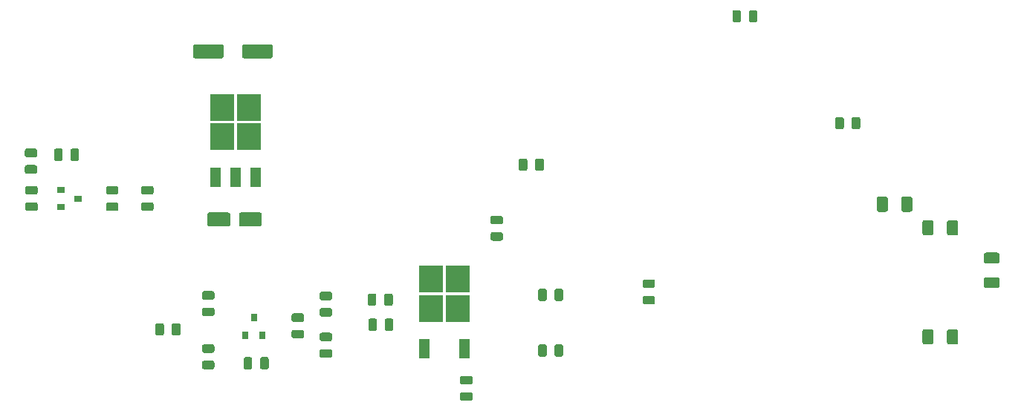
<source format=gtp>
G04 #@! TF.GenerationSoftware,KiCad,Pcbnew,(5.1.5)-3*
G04 #@! TF.CreationDate,2021-07-16T13:31:02-05:00*
G04 #@! TF.ProjectId,IRF510-Amplifier,49524635-3130-42d4-916d-706c69666965,rev?*
G04 #@! TF.SameCoordinates,Original*
G04 #@! TF.FileFunction,Paste,Top*
G04 #@! TF.FilePolarity,Positive*
%FSLAX46Y46*%
G04 Gerber Fmt 4.6, Leading zero omitted, Abs format (unit mm)*
G04 Created by KiCad (PCBNEW (5.1.5)-3) date 2021-07-16 13:31:02*
%MOMM*%
%LPD*%
G04 APERTURE LIST*
%ADD10C,0.100000*%
%ADD11R,0.900000X0.800000*%
%ADD12R,2.750000X3.050000*%
%ADD13R,1.200000X2.200000*%
%ADD14R,0.800000X0.900000*%
G04 APERTURE END LIST*
D10*
G36*
X89740142Y-65451174D02*
G01*
X89763803Y-65454684D01*
X89787007Y-65460496D01*
X89809529Y-65468554D01*
X89831153Y-65478782D01*
X89851670Y-65491079D01*
X89870883Y-65505329D01*
X89888607Y-65521393D01*
X89904671Y-65539117D01*
X89918921Y-65558330D01*
X89931218Y-65578847D01*
X89941446Y-65600471D01*
X89949504Y-65622993D01*
X89955316Y-65646197D01*
X89958826Y-65669858D01*
X89960000Y-65693750D01*
X89960000Y-66181250D01*
X89958826Y-66205142D01*
X89955316Y-66228803D01*
X89949504Y-66252007D01*
X89941446Y-66274529D01*
X89931218Y-66296153D01*
X89918921Y-66316670D01*
X89904671Y-66335883D01*
X89888607Y-66353607D01*
X89870883Y-66369671D01*
X89851670Y-66383921D01*
X89831153Y-66396218D01*
X89809529Y-66406446D01*
X89787007Y-66414504D01*
X89763803Y-66420316D01*
X89740142Y-66423826D01*
X89716250Y-66425000D01*
X88803750Y-66425000D01*
X88779858Y-66423826D01*
X88756197Y-66420316D01*
X88732993Y-66414504D01*
X88710471Y-66406446D01*
X88688847Y-66396218D01*
X88668330Y-66383921D01*
X88649117Y-66369671D01*
X88631393Y-66353607D01*
X88615329Y-66335883D01*
X88601079Y-66316670D01*
X88588782Y-66296153D01*
X88578554Y-66274529D01*
X88570496Y-66252007D01*
X88564684Y-66228803D01*
X88561174Y-66205142D01*
X88560000Y-66181250D01*
X88560000Y-65693750D01*
X88561174Y-65669858D01*
X88564684Y-65646197D01*
X88570496Y-65622993D01*
X88578554Y-65600471D01*
X88588782Y-65578847D01*
X88601079Y-65558330D01*
X88615329Y-65539117D01*
X88631393Y-65521393D01*
X88649117Y-65505329D01*
X88668330Y-65491079D01*
X88688847Y-65478782D01*
X88710471Y-65468554D01*
X88732993Y-65460496D01*
X88756197Y-65454684D01*
X88779858Y-65451174D01*
X88803750Y-65450000D01*
X89716250Y-65450000D01*
X89740142Y-65451174D01*
G37*
G36*
X89740142Y-63576174D02*
G01*
X89763803Y-63579684D01*
X89787007Y-63585496D01*
X89809529Y-63593554D01*
X89831153Y-63603782D01*
X89851670Y-63616079D01*
X89870883Y-63630329D01*
X89888607Y-63646393D01*
X89904671Y-63664117D01*
X89918921Y-63683330D01*
X89931218Y-63703847D01*
X89941446Y-63725471D01*
X89949504Y-63747993D01*
X89955316Y-63771197D01*
X89958826Y-63794858D01*
X89960000Y-63818750D01*
X89960000Y-64306250D01*
X89958826Y-64330142D01*
X89955316Y-64353803D01*
X89949504Y-64377007D01*
X89941446Y-64399529D01*
X89931218Y-64421153D01*
X89918921Y-64441670D01*
X89904671Y-64460883D01*
X89888607Y-64478607D01*
X89870883Y-64494671D01*
X89851670Y-64508921D01*
X89831153Y-64521218D01*
X89809529Y-64531446D01*
X89787007Y-64539504D01*
X89763803Y-64545316D01*
X89740142Y-64548826D01*
X89716250Y-64550000D01*
X88803750Y-64550000D01*
X88779858Y-64548826D01*
X88756197Y-64545316D01*
X88732993Y-64539504D01*
X88710471Y-64531446D01*
X88688847Y-64521218D01*
X88668330Y-64508921D01*
X88649117Y-64494671D01*
X88631393Y-64478607D01*
X88615329Y-64460883D01*
X88601079Y-64441670D01*
X88588782Y-64421153D01*
X88578554Y-64399529D01*
X88570496Y-64377007D01*
X88564684Y-64353803D01*
X88561174Y-64330142D01*
X88560000Y-64306250D01*
X88560000Y-63818750D01*
X88561174Y-63794858D01*
X88564684Y-63771197D01*
X88570496Y-63747993D01*
X88578554Y-63725471D01*
X88588782Y-63703847D01*
X88601079Y-63683330D01*
X88615329Y-63664117D01*
X88631393Y-63646393D01*
X88649117Y-63630329D01*
X88668330Y-63616079D01*
X88688847Y-63603782D01*
X88710471Y-63593554D01*
X88732993Y-63585496D01*
X88756197Y-63579684D01*
X88779858Y-63576174D01*
X88803750Y-63575000D01*
X89716250Y-63575000D01*
X89740142Y-63576174D01*
G37*
G36*
X83392642Y-59301174D02*
G01*
X83416303Y-59304684D01*
X83439507Y-59310496D01*
X83462029Y-59318554D01*
X83483653Y-59328782D01*
X83504170Y-59341079D01*
X83523383Y-59355329D01*
X83541107Y-59371393D01*
X83557171Y-59389117D01*
X83571421Y-59408330D01*
X83583718Y-59428847D01*
X83593946Y-59450471D01*
X83602004Y-59472993D01*
X83607816Y-59496197D01*
X83611326Y-59519858D01*
X83612500Y-59543750D01*
X83612500Y-60456250D01*
X83611326Y-60480142D01*
X83607816Y-60503803D01*
X83602004Y-60527007D01*
X83593946Y-60549529D01*
X83583718Y-60571153D01*
X83571421Y-60591670D01*
X83557171Y-60610883D01*
X83541107Y-60628607D01*
X83523383Y-60644671D01*
X83504170Y-60658921D01*
X83483653Y-60671218D01*
X83462029Y-60681446D01*
X83439507Y-60689504D01*
X83416303Y-60695316D01*
X83392642Y-60698826D01*
X83368750Y-60700000D01*
X82881250Y-60700000D01*
X82857358Y-60698826D01*
X82833697Y-60695316D01*
X82810493Y-60689504D01*
X82787971Y-60681446D01*
X82766347Y-60671218D01*
X82745830Y-60658921D01*
X82726617Y-60644671D01*
X82708893Y-60628607D01*
X82692829Y-60610883D01*
X82678579Y-60591670D01*
X82666282Y-60571153D01*
X82656054Y-60549529D01*
X82647996Y-60527007D01*
X82642184Y-60503803D01*
X82638674Y-60480142D01*
X82637500Y-60456250D01*
X82637500Y-59543750D01*
X82638674Y-59519858D01*
X82642184Y-59496197D01*
X82647996Y-59472993D01*
X82656054Y-59450471D01*
X82666282Y-59428847D01*
X82678579Y-59408330D01*
X82692829Y-59389117D01*
X82708893Y-59371393D01*
X82726617Y-59355329D01*
X82745830Y-59341079D01*
X82766347Y-59328782D01*
X82787971Y-59318554D01*
X82810493Y-59310496D01*
X82833697Y-59304684D01*
X82857358Y-59301174D01*
X82881250Y-59300000D01*
X83368750Y-59300000D01*
X83392642Y-59301174D01*
G37*
G36*
X85267642Y-59301174D02*
G01*
X85291303Y-59304684D01*
X85314507Y-59310496D01*
X85337029Y-59318554D01*
X85358653Y-59328782D01*
X85379170Y-59341079D01*
X85398383Y-59355329D01*
X85416107Y-59371393D01*
X85432171Y-59389117D01*
X85446421Y-59408330D01*
X85458718Y-59428847D01*
X85468946Y-59450471D01*
X85477004Y-59472993D01*
X85482816Y-59496197D01*
X85486326Y-59519858D01*
X85487500Y-59543750D01*
X85487500Y-60456250D01*
X85486326Y-60480142D01*
X85482816Y-60503803D01*
X85477004Y-60527007D01*
X85468946Y-60549529D01*
X85458718Y-60571153D01*
X85446421Y-60591670D01*
X85432171Y-60610883D01*
X85416107Y-60628607D01*
X85398383Y-60644671D01*
X85379170Y-60658921D01*
X85358653Y-60671218D01*
X85337029Y-60681446D01*
X85314507Y-60689504D01*
X85291303Y-60695316D01*
X85267642Y-60698826D01*
X85243750Y-60700000D01*
X84756250Y-60700000D01*
X84732358Y-60698826D01*
X84708697Y-60695316D01*
X84685493Y-60689504D01*
X84662971Y-60681446D01*
X84641347Y-60671218D01*
X84620830Y-60658921D01*
X84601617Y-60644671D01*
X84583893Y-60628607D01*
X84567829Y-60610883D01*
X84553579Y-60591670D01*
X84541282Y-60571153D01*
X84531054Y-60549529D01*
X84522996Y-60527007D01*
X84517184Y-60503803D01*
X84513674Y-60480142D01*
X84512500Y-60456250D01*
X84512500Y-59543750D01*
X84513674Y-59519858D01*
X84517184Y-59496197D01*
X84522996Y-59472993D01*
X84531054Y-59450471D01*
X84541282Y-59428847D01*
X84553579Y-59408330D01*
X84567829Y-59389117D01*
X84583893Y-59371393D01*
X84601617Y-59355329D01*
X84620830Y-59341079D01*
X84641347Y-59328782D01*
X84662971Y-59318554D01*
X84685493Y-59310496D01*
X84708697Y-59304684D01*
X84732358Y-59301174D01*
X84756250Y-59300000D01*
X85243750Y-59300000D01*
X85267642Y-59301174D01*
G37*
G36*
X93740142Y-65451174D02*
G01*
X93763803Y-65454684D01*
X93787007Y-65460496D01*
X93809529Y-65468554D01*
X93831153Y-65478782D01*
X93851670Y-65491079D01*
X93870883Y-65505329D01*
X93888607Y-65521393D01*
X93904671Y-65539117D01*
X93918921Y-65558330D01*
X93931218Y-65578847D01*
X93941446Y-65600471D01*
X93949504Y-65622993D01*
X93955316Y-65646197D01*
X93958826Y-65669858D01*
X93960000Y-65693750D01*
X93960000Y-66181250D01*
X93958826Y-66205142D01*
X93955316Y-66228803D01*
X93949504Y-66252007D01*
X93941446Y-66274529D01*
X93931218Y-66296153D01*
X93918921Y-66316670D01*
X93904671Y-66335883D01*
X93888607Y-66353607D01*
X93870883Y-66369671D01*
X93851670Y-66383921D01*
X93831153Y-66396218D01*
X93809529Y-66406446D01*
X93787007Y-66414504D01*
X93763803Y-66420316D01*
X93740142Y-66423826D01*
X93716250Y-66425000D01*
X92803750Y-66425000D01*
X92779858Y-66423826D01*
X92756197Y-66420316D01*
X92732993Y-66414504D01*
X92710471Y-66406446D01*
X92688847Y-66396218D01*
X92668330Y-66383921D01*
X92649117Y-66369671D01*
X92631393Y-66353607D01*
X92615329Y-66335883D01*
X92601079Y-66316670D01*
X92588782Y-66296153D01*
X92578554Y-66274529D01*
X92570496Y-66252007D01*
X92564684Y-66228803D01*
X92561174Y-66205142D01*
X92560000Y-66181250D01*
X92560000Y-65693750D01*
X92561174Y-65669858D01*
X92564684Y-65646197D01*
X92570496Y-65622993D01*
X92578554Y-65600471D01*
X92588782Y-65578847D01*
X92601079Y-65558330D01*
X92615329Y-65539117D01*
X92631393Y-65521393D01*
X92649117Y-65505329D01*
X92668330Y-65491079D01*
X92688847Y-65478782D01*
X92710471Y-65468554D01*
X92732993Y-65460496D01*
X92756197Y-65454684D01*
X92779858Y-65451174D01*
X92803750Y-65450000D01*
X93716250Y-65450000D01*
X93740142Y-65451174D01*
G37*
G36*
X93740142Y-63576174D02*
G01*
X93763803Y-63579684D01*
X93787007Y-63585496D01*
X93809529Y-63593554D01*
X93831153Y-63603782D01*
X93851670Y-63616079D01*
X93870883Y-63630329D01*
X93888607Y-63646393D01*
X93904671Y-63664117D01*
X93918921Y-63683330D01*
X93931218Y-63703847D01*
X93941446Y-63725471D01*
X93949504Y-63747993D01*
X93955316Y-63771197D01*
X93958826Y-63794858D01*
X93960000Y-63818750D01*
X93960000Y-64306250D01*
X93958826Y-64330142D01*
X93955316Y-64353803D01*
X93949504Y-64377007D01*
X93941446Y-64399529D01*
X93931218Y-64421153D01*
X93918921Y-64441670D01*
X93904671Y-64460883D01*
X93888607Y-64478607D01*
X93870883Y-64494671D01*
X93851670Y-64508921D01*
X93831153Y-64521218D01*
X93809529Y-64531446D01*
X93787007Y-64539504D01*
X93763803Y-64545316D01*
X93740142Y-64548826D01*
X93716250Y-64550000D01*
X92803750Y-64550000D01*
X92779858Y-64548826D01*
X92756197Y-64545316D01*
X92732993Y-64539504D01*
X92710471Y-64531446D01*
X92688847Y-64521218D01*
X92668330Y-64508921D01*
X92649117Y-64494671D01*
X92631393Y-64478607D01*
X92615329Y-64460883D01*
X92601079Y-64441670D01*
X92588782Y-64421153D01*
X92578554Y-64399529D01*
X92570496Y-64377007D01*
X92564684Y-64353803D01*
X92561174Y-64330142D01*
X92560000Y-64306250D01*
X92560000Y-63818750D01*
X92561174Y-63794858D01*
X92564684Y-63771197D01*
X92570496Y-63747993D01*
X92578554Y-63725471D01*
X92588782Y-63703847D01*
X92601079Y-63683330D01*
X92615329Y-63664117D01*
X92631393Y-63646393D01*
X92649117Y-63630329D01*
X92668330Y-63616079D01*
X92688847Y-63603782D01*
X92710471Y-63593554D01*
X92732993Y-63585496D01*
X92756197Y-63579684D01*
X92779858Y-63576174D01*
X92803750Y-63575000D01*
X93716250Y-63575000D01*
X93740142Y-63576174D01*
G37*
G36*
X80480142Y-59313674D02*
G01*
X80503803Y-59317184D01*
X80527007Y-59322996D01*
X80549529Y-59331054D01*
X80571153Y-59341282D01*
X80591670Y-59353579D01*
X80610883Y-59367829D01*
X80628607Y-59383893D01*
X80644671Y-59401617D01*
X80658921Y-59420830D01*
X80671218Y-59441347D01*
X80681446Y-59462971D01*
X80689504Y-59485493D01*
X80695316Y-59508697D01*
X80698826Y-59532358D01*
X80700000Y-59556250D01*
X80700000Y-60043750D01*
X80698826Y-60067642D01*
X80695316Y-60091303D01*
X80689504Y-60114507D01*
X80681446Y-60137029D01*
X80671218Y-60158653D01*
X80658921Y-60179170D01*
X80644671Y-60198383D01*
X80628607Y-60216107D01*
X80610883Y-60232171D01*
X80591670Y-60246421D01*
X80571153Y-60258718D01*
X80549529Y-60268946D01*
X80527007Y-60277004D01*
X80503803Y-60282816D01*
X80480142Y-60286326D01*
X80456250Y-60287500D01*
X79543750Y-60287500D01*
X79519858Y-60286326D01*
X79496197Y-60282816D01*
X79472993Y-60277004D01*
X79450471Y-60268946D01*
X79428847Y-60258718D01*
X79408330Y-60246421D01*
X79389117Y-60232171D01*
X79371393Y-60216107D01*
X79355329Y-60198383D01*
X79341079Y-60179170D01*
X79328782Y-60158653D01*
X79318554Y-60137029D01*
X79310496Y-60114507D01*
X79304684Y-60091303D01*
X79301174Y-60067642D01*
X79300000Y-60043750D01*
X79300000Y-59556250D01*
X79301174Y-59532358D01*
X79304684Y-59508697D01*
X79310496Y-59485493D01*
X79318554Y-59462971D01*
X79328782Y-59441347D01*
X79341079Y-59420830D01*
X79355329Y-59401617D01*
X79371393Y-59383893D01*
X79389117Y-59367829D01*
X79408330Y-59353579D01*
X79428847Y-59341282D01*
X79450471Y-59331054D01*
X79472993Y-59322996D01*
X79496197Y-59317184D01*
X79519858Y-59313674D01*
X79543750Y-59312500D01*
X80456250Y-59312500D01*
X80480142Y-59313674D01*
G37*
G36*
X80480142Y-61188674D02*
G01*
X80503803Y-61192184D01*
X80527007Y-61197996D01*
X80549529Y-61206054D01*
X80571153Y-61216282D01*
X80591670Y-61228579D01*
X80610883Y-61242829D01*
X80628607Y-61258893D01*
X80644671Y-61276617D01*
X80658921Y-61295830D01*
X80671218Y-61316347D01*
X80681446Y-61337971D01*
X80689504Y-61360493D01*
X80695316Y-61383697D01*
X80698826Y-61407358D01*
X80700000Y-61431250D01*
X80700000Y-61918750D01*
X80698826Y-61942642D01*
X80695316Y-61966303D01*
X80689504Y-61989507D01*
X80681446Y-62012029D01*
X80671218Y-62033653D01*
X80658921Y-62054170D01*
X80644671Y-62073383D01*
X80628607Y-62091107D01*
X80610883Y-62107171D01*
X80591670Y-62121421D01*
X80571153Y-62133718D01*
X80549529Y-62143946D01*
X80527007Y-62152004D01*
X80503803Y-62157816D01*
X80480142Y-62161326D01*
X80456250Y-62162500D01*
X79543750Y-62162500D01*
X79519858Y-62161326D01*
X79496197Y-62157816D01*
X79472993Y-62152004D01*
X79450471Y-62143946D01*
X79428847Y-62133718D01*
X79408330Y-62121421D01*
X79389117Y-62107171D01*
X79371393Y-62091107D01*
X79355329Y-62073383D01*
X79341079Y-62054170D01*
X79328782Y-62033653D01*
X79318554Y-62012029D01*
X79310496Y-61989507D01*
X79304684Y-61966303D01*
X79301174Y-61942642D01*
X79300000Y-61918750D01*
X79300000Y-61431250D01*
X79301174Y-61407358D01*
X79304684Y-61383697D01*
X79310496Y-61360493D01*
X79318554Y-61337971D01*
X79328782Y-61316347D01*
X79341079Y-61295830D01*
X79355329Y-61276617D01*
X79371393Y-61258893D01*
X79389117Y-61242829D01*
X79408330Y-61228579D01*
X79428847Y-61216282D01*
X79450471Y-61206054D01*
X79472993Y-61197996D01*
X79496197Y-61192184D01*
X79519858Y-61188674D01*
X79543750Y-61187500D01*
X80456250Y-61187500D01*
X80480142Y-61188674D01*
G37*
D11*
X85400000Y-65000000D03*
X83400000Y-65950000D03*
X83400000Y-64050000D03*
D10*
G36*
X80540142Y-65451174D02*
G01*
X80563803Y-65454684D01*
X80587007Y-65460496D01*
X80609529Y-65468554D01*
X80631153Y-65478782D01*
X80651670Y-65491079D01*
X80670883Y-65505329D01*
X80688607Y-65521393D01*
X80704671Y-65539117D01*
X80718921Y-65558330D01*
X80731218Y-65578847D01*
X80741446Y-65600471D01*
X80749504Y-65622993D01*
X80755316Y-65646197D01*
X80758826Y-65669858D01*
X80760000Y-65693750D01*
X80760000Y-66181250D01*
X80758826Y-66205142D01*
X80755316Y-66228803D01*
X80749504Y-66252007D01*
X80741446Y-66274529D01*
X80731218Y-66296153D01*
X80718921Y-66316670D01*
X80704671Y-66335883D01*
X80688607Y-66353607D01*
X80670883Y-66369671D01*
X80651670Y-66383921D01*
X80631153Y-66396218D01*
X80609529Y-66406446D01*
X80587007Y-66414504D01*
X80563803Y-66420316D01*
X80540142Y-66423826D01*
X80516250Y-66425000D01*
X79603750Y-66425000D01*
X79579858Y-66423826D01*
X79556197Y-66420316D01*
X79532993Y-66414504D01*
X79510471Y-66406446D01*
X79488847Y-66396218D01*
X79468330Y-66383921D01*
X79449117Y-66369671D01*
X79431393Y-66353607D01*
X79415329Y-66335883D01*
X79401079Y-66316670D01*
X79388782Y-66296153D01*
X79378554Y-66274529D01*
X79370496Y-66252007D01*
X79364684Y-66228803D01*
X79361174Y-66205142D01*
X79360000Y-66181250D01*
X79360000Y-65693750D01*
X79361174Y-65669858D01*
X79364684Y-65646197D01*
X79370496Y-65622993D01*
X79378554Y-65600471D01*
X79388782Y-65578847D01*
X79401079Y-65558330D01*
X79415329Y-65539117D01*
X79431393Y-65521393D01*
X79449117Y-65505329D01*
X79468330Y-65491079D01*
X79488847Y-65478782D01*
X79510471Y-65468554D01*
X79532993Y-65460496D01*
X79556197Y-65454684D01*
X79579858Y-65451174D01*
X79603750Y-65450000D01*
X80516250Y-65450000D01*
X80540142Y-65451174D01*
G37*
G36*
X80540142Y-63576174D02*
G01*
X80563803Y-63579684D01*
X80587007Y-63585496D01*
X80609529Y-63593554D01*
X80631153Y-63603782D01*
X80651670Y-63616079D01*
X80670883Y-63630329D01*
X80688607Y-63646393D01*
X80704671Y-63664117D01*
X80718921Y-63683330D01*
X80731218Y-63703847D01*
X80741446Y-63725471D01*
X80749504Y-63747993D01*
X80755316Y-63771197D01*
X80758826Y-63794858D01*
X80760000Y-63818750D01*
X80760000Y-64306250D01*
X80758826Y-64330142D01*
X80755316Y-64353803D01*
X80749504Y-64377007D01*
X80741446Y-64399529D01*
X80731218Y-64421153D01*
X80718921Y-64441670D01*
X80704671Y-64460883D01*
X80688607Y-64478607D01*
X80670883Y-64494671D01*
X80651670Y-64508921D01*
X80631153Y-64521218D01*
X80609529Y-64531446D01*
X80587007Y-64539504D01*
X80563803Y-64545316D01*
X80540142Y-64548826D01*
X80516250Y-64550000D01*
X79603750Y-64550000D01*
X79579858Y-64548826D01*
X79556197Y-64545316D01*
X79532993Y-64539504D01*
X79510471Y-64531446D01*
X79488847Y-64521218D01*
X79468330Y-64508921D01*
X79449117Y-64494671D01*
X79431393Y-64478607D01*
X79415329Y-64460883D01*
X79401079Y-64441670D01*
X79388782Y-64421153D01*
X79378554Y-64399529D01*
X79370496Y-64377007D01*
X79364684Y-64353803D01*
X79361174Y-64330142D01*
X79360000Y-64306250D01*
X79360000Y-63818750D01*
X79361174Y-63794858D01*
X79364684Y-63771197D01*
X79370496Y-63747993D01*
X79378554Y-63725471D01*
X79388782Y-63703847D01*
X79401079Y-63683330D01*
X79415329Y-63664117D01*
X79431393Y-63646393D01*
X79449117Y-63630329D01*
X79468330Y-63616079D01*
X79488847Y-63603782D01*
X79510471Y-63593554D01*
X79532993Y-63585496D01*
X79556197Y-63579684D01*
X79579858Y-63576174D01*
X79603750Y-63575000D01*
X80516250Y-63575000D01*
X80540142Y-63576174D01*
G37*
D12*
X104800000Y-57950000D03*
X101750000Y-54600000D03*
X101750000Y-57950000D03*
X104800000Y-54600000D03*
D13*
X105555000Y-62575000D03*
X103275000Y-62575000D03*
X100995000Y-62575000D03*
D10*
G36*
X150880142Y-76113674D02*
G01*
X150903803Y-76117184D01*
X150927007Y-76122996D01*
X150949529Y-76131054D01*
X150971153Y-76141282D01*
X150991670Y-76153579D01*
X151010883Y-76167829D01*
X151028607Y-76183893D01*
X151044671Y-76201617D01*
X151058921Y-76220830D01*
X151071218Y-76241347D01*
X151081446Y-76262971D01*
X151089504Y-76285493D01*
X151095316Y-76308697D01*
X151098826Y-76332358D01*
X151100000Y-76356250D01*
X151100000Y-76843750D01*
X151098826Y-76867642D01*
X151095316Y-76891303D01*
X151089504Y-76914507D01*
X151081446Y-76937029D01*
X151071218Y-76958653D01*
X151058921Y-76979170D01*
X151044671Y-76998383D01*
X151028607Y-77016107D01*
X151010883Y-77032171D01*
X150991670Y-77046421D01*
X150971153Y-77058718D01*
X150949529Y-77068946D01*
X150927007Y-77077004D01*
X150903803Y-77082816D01*
X150880142Y-77086326D01*
X150856250Y-77087500D01*
X149943750Y-77087500D01*
X149919858Y-77086326D01*
X149896197Y-77082816D01*
X149872993Y-77077004D01*
X149850471Y-77068946D01*
X149828847Y-77058718D01*
X149808330Y-77046421D01*
X149789117Y-77032171D01*
X149771393Y-77016107D01*
X149755329Y-76998383D01*
X149741079Y-76979170D01*
X149728782Y-76958653D01*
X149718554Y-76937029D01*
X149710496Y-76914507D01*
X149704684Y-76891303D01*
X149701174Y-76867642D01*
X149700000Y-76843750D01*
X149700000Y-76356250D01*
X149701174Y-76332358D01*
X149704684Y-76308697D01*
X149710496Y-76285493D01*
X149718554Y-76262971D01*
X149728782Y-76241347D01*
X149741079Y-76220830D01*
X149755329Y-76201617D01*
X149771393Y-76183893D01*
X149789117Y-76167829D01*
X149808330Y-76153579D01*
X149828847Y-76141282D01*
X149850471Y-76131054D01*
X149872993Y-76122996D01*
X149896197Y-76117184D01*
X149919858Y-76113674D01*
X149943750Y-76112500D01*
X150856250Y-76112500D01*
X150880142Y-76113674D01*
G37*
G36*
X150880142Y-74238674D02*
G01*
X150903803Y-74242184D01*
X150927007Y-74247996D01*
X150949529Y-74256054D01*
X150971153Y-74266282D01*
X150991670Y-74278579D01*
X151010883Y-74292829D01*
X151028607Y-74308893D01*
X151044671Y-74326617D01*
X151058921Y-74345830D01*
X151071218Y-74366347D01*
X151081446Y-74387971D01*
X151089504Y-74410493D01*
X151095316Y-74433697D01*
X151098826Y-74457358D01*
X151100000Y-74481250D01*
X151100000Y-74968750D01*
X151098826Y-74992642D01*
X151095316Y-75016303D01*
X151089504Y-75039507D01*
X151081446Y-75062029D01*
X151071218Y-75083653D01*
X151058921Y-75104170D01*
X151044671Y-75123383D01*
X151028607Y-75141107D01*
X151010883Y-75157171D01*
X150991670Y-75171421D01*
X150971153Y-75183718D01*
X150949529Y-75193946D01*
X150927007Y-75202004D01*
X150903803Y-75207816D01*
X150880142Y-75211326D01*
X150856250Y-75212500D01*
X149943750Y-75212500D01*
X149919858Y-75211326D01*
X149896197Y-75207816D01*
X149872993Y-75202004D01*
X149850471Y-75193946D01*
X149828847Y-75183718D01*
X149808330Y-75171421D01*
X149789117Y-75157171D01*
X149771393Y-75141107D01*
X149755329Y-75123383D01*
X149741079Y-75104170D01*
X149728782Y-75083653D01*
X149718554Y-75062029D01*
X149710496Y-75039507D01*
X149704684Y-75016303D01*
X149701174Y-74992642D01*
X149700000Y-74968750D01*
X149700000Y-74481250D01*
X149701174Y-74457358D01*
X149704684Y-74433697D01*
X149710496Y-74410493D01*
X149718554Y-74387971D01*
X149728782Y-74366347D01*
X149741079Y-74345830D01*
X149755329Y-74326617D01*
X149771393Y-74308893D01*
X149789117Y-74292829D01*
X149808330Y-74278579D01*
X149828847Y-74266282D01*
X149850471Y-74256054D01*
X149872993Y-74247996D01*
X149896197Y-74242184D01*
X149919858Y-74238674D01*
X149943750Y-74237500D01*
X150856250Y-74237500D01*
X150880142Y-74238674D01*
G37*
G36*
X138530142Y-75301174D02*
G01*
X138553803Y-75304684D01*
X138577007Y-75310496D01*
X138599529Y-75318554D01*
X138621153Y-75328782D01*
X138641670Y-75341079D01*
X138660883Y-75355329D01*
X138678607Y-75371393D01*
X138694671Y-75389117D01*
X138708921Y-75408330D01*
X138721218Y-75428847D01*
X138731446Y-75450471D01*
X138739504Y-75472993D01*
X138745316Y-75496197D01*
X138748826Y-75519858D01*
X138750000Y-75543750D01*
X138750000Y-76456250D01*
X138748826Y-76480142D01*
X138745316Y-76503803D01*
X138739504Y-76527007D01*
X138731446Y-76549529D01*
X138721218Y-76571153D01*
X138708921Y-76591670D01*
X138694671Y-76610883D01*
X138678607Y-76628607D01*
X138660883Y-76644671D01*
X138641670Y-76658921D01*
X138621153Y-76671218D01*
X138599529Y-76681446D01*
X138577007Y-76689504D01*
X138553803Y-76695316D01*
X138530142Y-76698826D01*
X138506250Y-76700000D01*
X138018750Y-76700000D01*
X137994858Y-76698826D01*
X137971197Y-76695316D01*
X137947993Y-76689504D01*
X137925471Y-76681446D01*
X137903847Y-76671218D01*
X137883330Y-76658921D01*
X137864117Y-76644671D01*
X137846393Y-76628607D01*
X137830329Y-76610883D01*
X137816079Y-76591670D01*
X137803782Y-76571153D01*
X137793554Y-76549529D01*
X137785496Y-76527007D01*
X137779684Y-76503803D01*
X137776174Y-76480142D01*
X137775000Y-76456250D01*
X137775000Y-75543750D01*
X137776174Y-75519858D01*
X137779684Y-75496197D01*
X137785496Y-75472993D01*
X137793554Y-75450471D01*
X137803782Y-75428847D01*
X137816079Y-75408330D01*
X137830329Y-75389117D01*
X137846393Y-75371393D01*
X137864117Y-75355329D01*
X137883330Y-75341079D01*
X137903847Y-75328782D01*
X137925471Y-75318554D01*
X137947993Y-75310496D01*
X137971197Y-75304684D01*
X137994858Y-75301174D01*
X138018750Y-75300000D01*
X138506250Y-75300000D01*
X138530142Y-75301174D01*
G37*
G36*
X140405142Y-75301174D02*
G01*
X140428803Y-75304684D01*
X140452007Y-75310496D01*
X140474529Y-75318554D01*
X140496153Y-75328782D01*
X140516670Y-75341079D01*
X140535883Y-75355329D01*
X140553607Y-75371393D01*
X140569671Y-75389117D01*
X140583921Y-75408330D01*
X140596218Y-75428847D01*
X140606446Y-75450471D01*
X140614504Y-75472993D01*
X140620316Y-75496197D01*
X140623826Y-75519858D01*
X140625000Y-75543750D01*
X140625000Y-76456250D01*
X140623826Y-76480142D01*
X140620316Y-76503803D01*
X140614504Y-76527007D01*
X140606446Y-76549529D01*
X140596218Y-76571153D01*
X140583921Y-76591670D01*
X140569671Y-76610883D01*
X140553607Y-76628607D01*
X140535883Y-76644671D01*
X140516670Y-76658921D01*
X140496153Y-76671218D01*
X140474529Y-76681446D01*
X140452007Y-76689504D01*
X140428803Y-76695316D01*
X140405142Y-76698826D01*
X140381250Y-76700000D01*
X139893750Y-76700000D01*
X139869858Y-76698826D01*
X139846197Y-76695316D01*
X139822993Y-76689504D01*
X139800471Y-76681446D01*
X139778847Y-76671218D01*
X139758330Y-76658921D01*
X139739117Y-76644671D01*
X139721393Y-76628607D01*
X139705329Y-76610883D01*
X139691079Y-76591670D01*
X139678782Y-76571153D01*
X139668554Y-76549529D01*
X139660496Y-76527007D01*
X139654684Y-76503803D01*
X139651174Y-76480142D01*
X139650000Y-76456250D01*
X139650000Y-75543750D01*
X139651174Y-75519858D01*
X139654684Y-75496197D01*
X139660496Y-75472993D01*
X139668554Y-75450471D01*
X139678782Y-75428847D01*
X139691079Y-75408330D01*
X139705329Y-75389117D01*
X139721393Y-75371393D01*
X139739117Y-75355329D01*
X139758330Y-75341079D01*
X139778847Y-75328782D01*
X139800471Y-75318554D01*
X139822993Y-75310496D01*
X139846197Y-75304684D01*
X139869858Y-75301174D01*
X139893750Y-75300000D01*
X140381250Y-75300000D01*
X140405142Y-75301174D01*
G37*
G36*
X162542642Y-43501174D02*
G01*
X162566303Y-43504684D01*
X162589507Y-43510496D01*
X162612029Y-43518554D01*
X162633653Y-43528782D01*
X162654170Y-43541079D01*
X162673383Y-43555329D01*
X162691107Y-43571393D01*
X162707171Y-43589117D01*
X162721421Y-43608330D01*
X162733718Y-43628847D01*
X162743946Y-43650471D01*
X162752004Y-43672993D01*
X162757816Y-43696197D01*
X162761326Y-43719858D01*
X162762500Y-43743750D01*
X162762500Y-44656250D01*
X162761326Y-44680142D01*
X162757816Y-44703803D01*
X162752004Y-44727007D01*
X162743946Y-44749529D01*
X162733718Y-44771153D01*
X162721421Y-44791670D01*
X162707171Y-44810883D01*
X162691107Y-44828607D01*
X162673383Y-44844671D01*
X162654170Y-44858921D01*
X162633653Y-44871218D01*
X162612029Y-44881446D01*
X162589507Y-44889504D01*
X162566303Y-44895316D01*
X162542642Y-44898826D01*
X162518750Y-44900000D01*
X162031250Y-44900000D01*
X162007358Y-44898826D01*
X161983697Y-44895316D01*
X161960493Y-44889504D01*
X161937971Y-44881446D01*
X161916347Y-44871218D01*
X161895830Y-44858921D01*
X161876617Y-44844671D01*
X161858893Y-44828607D01*
X161842829Y-44810883D01*
X161828579Y-44791670D01*
X161816282Y-44771153D01*
X161806054Y-44749529D01*
X161797996Y-44727007D01*
X161792184Y-44703803D01*
X161788674Y-44680142D01*
X161787500Y-44656250D01*
X161787500Y-43743750D01*
X161788674Y-43719858D01*
X161792184Y-43696197D01*
X161797996Y-43672993D01*
X161806054Y-43650471D01*
X161816282Y-43628847D01*
X161828579Y-43608330D01*
X161842829Y-43589117D01*
X161858893Y-43571393D01*
X161876617Y-43555329D01*
X161895830Y-43541079D01*
X161916347Y-43528782D01*
X161937971Y-43518554D01*
X161960493Y-43510496D01*
X161983697Y-43504684D01*
X162007358Y-43501174D01*
X162031250Y-43500000D01*
X162518750Y-43500000D01*
X162542642Y-43501174D01*
G37*
G36*
X160667642Y-43501174D02*
G01*
X160691303Y-43504684D01*
X160714507Y-43510496D01*
X160737029Y-43518554D01*
X160758653Y-43528782D01*
X160779170Y-43541079D01*
X160798383Y-43555329D01*
X160816107Y-43571393D01*
X160832171Y-43589117D01*
X160846421Y-43608330D01*
X160858718Y-43628847D01*
X160868946Y-43650471D01*
X160877004Y-43672993D01*
X160882816Y-43696197D01*
X160886326Y-43719858D01*
X160887500Y-43743750D01*
X160887500Y-44656250D01*
X160886326Y-44680142D01*
X160882816Y-44703803D01*
X160877004Y-44727007D01*
X160868946Y-44749529D01*
X160858718Y-44771153D01*
X160846421Y-44791670D01*
X160832171Y-44810883D01*
X160816107Y-44828607D01*
X160798383Y-44844671D01*
X160779170Y-44858921D01*
X160758653Y-44871218D01*
X160737029Y-44881446D01*
X160714507Y-44889504D01*
X160691303Y-44895316D01*
X160667642Y-44898826D01*
X160643750Y-44900000D01*
X160156250Y-44900000D01*
X160132358Y-44898826D01*
X160108697Y-44895316D01*
X160085493Y-44889504D01*
X160062971Y-44881446D01*
X160041347Y-44871218D01*
X160020830Y-44858921D01*
X160001617Y-44844671D01*
X159983893Y-44828607D01*
X159967829Y-44810883D01*
X159953579Y-44791670D01*
X159941282Y-44771153D01*
X159931054Y-44749529D01*
X159922996Y-44727007D01*
X159917184Y-44703803D01*
X159913674Y-44680142D01*
X159912500Y-44656250D01*
X159912500Y-43743750D01*
X159913674Y-43719858D01*
X159917184Y-43696197D01*
X159922996Y-43672993D01*
X159931054Y-43650471D01*
X159941282Y-43628847D01*
X159953579Y-43608330D01*
X159967829Y-43589117D01*
X159983893Y-43571393D01*
X160001617Y-43555329D01*
X160020830Y-43541079D01*
X160041347Y-43528782D01*
X160062971Y-43518554D01*
X160085493Y-43510496D01*
X160108697Y-43504684D01*
X160132358Y-43501174D01*
X160156250Y-43500000D01*
X160643750Y-43500000D01*
X160667642Y-43501174D01*
G37*
G36*
X140405142Y-81641174D02*
G01*
X140428803Y-81644684D01*
X140452007Y-81650496D01*
X140474529Y-81658554D01*
X140496153Y-81668782D01*
X140516670Y-81681079D01*
X140535883Y-81695329D01*
X140553607Y-81711393D01*
X140569671Y-81729117D01*
X140583921Y-81748330D01*
X140596218Y-81768847D01*
X140606446Y-81790471D01*
X140614504Y-81812993D01*
X140620316Y-81836197D01*
X140623826Y-81859858D01*
X140625000Y-81883750D01*
X140625000Y-82796250D01*
X140623826Y-82820142D01*
X140620316Y-82843803D01*
X140614504Y-82867007D01*
X140606446Y-82889529D01*
X140596218Y-82911153D01*
X140583921Y-82931670D01*
X140569671Y-82950883D01*
X140553607Y-82968607D01*
X140535883Y-82984671D01*
X140516670Y-82998921D01*
X140496153Y-83011218D01*
X140474529Y-83021446D01*
X140452007Y-83029504D01*
X140428803Y-83035316D01*
X140405142Y-83038826D01*
X140381250Y-83040000D01*
X139893750Y-83040000D01*
X139869858Y-83038826D01*
X139846197Y-83035316D01*
X139822993Y-83029504D01*
X139800471Y-83021446D01*
X139778847Y-83011218D01*
X139758330Y-82998921D01*
X139739117Y-82984671D01*
X139721393Y-82968607D01*
X139705329Y-82950883D01*
X139691079Y-82931670D01*
X139678782Y-82911153D01*
X139668554Y-82889529D01*
X139660496Y-82867007D01*
X139654684Y-82843803D01*
X139651174Y-82820142D01*
X139650000Y-82796250D01*
X139650000Y-81883750D01*
X139651174Y-81859858D01*
X139654684Y-81836197D01*
X139660496Y-81812993D01*
X139668554Y-81790471D01*
X139678782Y-81768847D01*
X139691079Y-81748330D01*
X139705329Y-81729117D01*
X139721393Y-81711393D01*
X139739117Y-81695329D01*
X139758330Y-81681079D01*
X139778847Y-81668782D01*
X139800471Y-81658554D01*
X139822993Y-81650496D01*
X139846197Y-81644684D01*
X139869858Y-81641174D01*
X139893750Y-81640000D01*
X140381250Y-81640000D01*
X140405142Y-81641174D01*
G37*
G36*
X138530142Y-81641174D02*
G01*
X138553803Y-81644684D01*
X138577007Y-81650496D01*
X138599529Y-81658554D01*
X138621153Y-81668782D01*
X138641670Y-81681079D01*
X138660883Y-81695329D01*
X138678607Y-81711393D01*
X138694671Y-81729117D01*
X138708921Y-81748330D01*
X138721218Y-81768847D01*
X138731446Y-81790471D01*
X138739504Y-81812993D01*
X138745316Y-81836197D01*
X138748826Y-81859858D01*
X138750000Y-81883750D01*
X138750000Y-82796250D01*
X138748826Y-82820142D01*
X138745316Y-82843803D01*
X138739504Y-82867007D01*
X138731446Y-82889529D01*
X138721218Y-82911153D01*
X138708921Y-82931670D01*
X138694671Y-82950883D01*
X138678607Y-82968607D01*
X138660883Y-82984671D01*
X138641670Y-82998921D01*
X138621153Y-83011218D01*
X138599529Y-83021446D01*
X138577007Y-83029504D01*
X138553803Y-83035316D01*
X138530142Y-83038826D01*
X138506250Y-83040000D01*
X138018750Y-83040000D01*
X137994858Y-83038826D01*
X137971197Y-83035316D01*
X137947993Y-83029504D01*
X137925471Y-83021446D01*
X137903847Y-83011218D01*
X137883330Y-82998921D01*
X137864117Y-82984671D01*
X137846393Y-82968607D01*
X137830329Y-82950883D01*
X137816079Y-82931670D01*
X137803782Y-82911153D01*
X137793554Y-82889529D01*
X137785496Y-82867007D01*
X137779684Y-82843803D01*
X137776174Y-82820142D01*
X137775000Y-82796250D01*
X137775000Y-81883750D01*
X137776174Y-81859858D01*
X137779684Y-81836197D01*
X137785496Y-81812993D01*
X137793554Y-81790471D01*
X137803782Y-81768847D01*
X137816079Y-81748330D01*
X137830329Y-81729117D01*
X137846393Y-81711393D01*
X137864117Y-81695329D01*
X137883330Y-81681079D01*
X137903847Y-81668782D01*
X137925471Y-81658554D01*
X137947993Y-81650496D01*
X137971197Y-81644684D01*
X137994858Y-81641174D01*
X138018750Y-81640000D01*
X138506250Y-81640000D01*
X138530142Y-81641174D01*
G37*
G36*
X138205142Y-60441174D02*
G01*
X138228803Y-60444684D01*
X138252007Y-60450496D01*
X138274529Y-60458554D01*
X138296153Y-60468782D01*
X138316670Y-60481079D01*
X138335883Y-60495329D01*
X138353607Y-60511393D01*
X138369671Y-60529117D01*
X138383921Y-60548330D01*
X138396218Y-60568847D01*
X138406446Y-60590471D01*
X138414504Y-60612993D01*
X138420316Y-60636197D01*
X138423826Y-60659858D01*
X138425000Y-60683750D01*
X138425000Y-61596250D01*
X138423826Y-61620142D01*
X138420316Y-61643803D01*
X138414504Y-61667007D01*
X138406446Y-61689529D01*
X138396218Y-61711153D01*
X138383921Y-61731670D01*
X138369671Y-61750883D01*
X138353607Y-61768607D01*
X138335883Y-61784671D01*
X138316670Y-61798921D01*
X138296153Y-61811218D01*
X138274529Y-61821446D01*
X138252007Y-61829504D01*
X138228803Y-61835316D01*
X138205142Y-61838826D01*
X138181250Y-61840000D01*
X137693750Y-61840000D01*
X137669858Y-61838826D01*
X137646197Y-61835316D01*
X137622993Y-61829504D01*
X137600471Y-61821446D01*
X137578847Y-61811218D01*
X137558330Y-61798921D01*
X137539117Y-61784671D01*
X137521393Y-61768607D01*
X137505329Y-61750883D01*
X137491079Y-61731670D01*
X137478782Y-61711153D01*
X137468554Y-61689529D01*
X137460496Y-61667007D01*
X137454684Y-61643803D01*
X137451174Y-61620142D01*
X137450000Y-61596250D01*
X137450000Y-60683750D01*
X137451174Y-60659858D01*
X137454684Y-60636197D01*
X137460496Y-60612993D01*
X137468554Y-60590471D01*
X137478782Y-60568847D01*
X137491079Y-60548330D01*
X137505329Y-60529117D01*
X137521393Y-60511393D01*
X137539117Y-60495329D01*
X137558330Y-60481079D01*
X137578847Y-60468782D01*
X137600471Y-60458554D01*
X137622993Y-60450496D01*
X137646197Y-60444684D01*
X137669858Y-60441174D01*
X137693750Y-60440000D01*
X138181250Y-60440000D01*
X138205142Y-60441174D01*
G37*
G36*
X136330142Y-60441174D02*
G01*
X136353803Y-60444684D01*
X136377007Y-60450496D01*
X136399529Y-60458554D01*
X136421153Y-60468782D01*
X136441670Y-60481079D01*
X136460883Y-60495329D01*
X136478607Y-60511393D01*
X136494671Y-60529117D01*
X136508921Y-60548330D01*
X136521218Y-60568847D01*
X136531446Y-60590471D01*
X136539504Y-60612993D01*
X136545316Y-60636197D01*
X136548826Y-60659858D01*
X136550000Y-60683750D01*
X136550000Y-61596250D01*
X136548826Y-61620142D01*
X136545316Y-61643803D01*
X136539504Y-61667007D01*
X136531446Y-61689529D01*
X136521218Y-61711153D01*
X136508921Y-61731670D01*
X136494671Y-61750883D01*
X136478607Y-61768607D01*
X136460883Y-61784671D01*
X136441670Y-61798921D01*
X136421153Y-61811218D01*
X136399529Y-61821446D01*
X136377007Y-61829504D01*
X136353803Y-61835316D01*
X136330142Y-61838826D01*
X136306250Y-61840000D01*
X135818750Y-61840000D01*
X135794858Y-61838826D01*
X135771197Y-61835316D01*
X135747993Y-61829504D01*
X135725471Y-61821446D01*
X135703847Y-61811218D01*
X135683330Y-61798921D01*
X135664117Y-61784671D01*
X135646393Y-61768607D01*
X135630329Y-61750883D01*
X135616079Y-61731670D01*
X135603782Y-61711153D01*
X135593554Y-61689529D01*
X135585496Y-61667007D01*
X135579684Y-61643803D01*
X135576174Y-61620142D01*
X135575000Y-61596250D01*
X135575000Y-60683750D01*
X135576174Y-60659858D01*
X135579684Y-60636197D01*
X135585496Y-60612993D01*
X135593554Y-60590471D01*
X135603782Y-60568847D01*
X135616079Y-60548330D01*
X135630329Y-60529117D01*
X135646393Y-60511393D01*
X135664117Y-60495329D01*
X135683330Y-60481079D01*
X135703847Y-60468782D01*
X135725471Y-60458554D01*
X135747993Y-60450496D01*
X135771197Y-60444684D01*
X135794858Y-60441174D01*
X135818750Y-60440000D01*
X136306250Y-60440000D01*
X136330142Y-60441174D01*
G37*
G36*
X100680142Y-83513674D02*
G01*
X100703803Y-83517184D01*
X100727007Y-83522996D01*
X100749529Y-83531054D01*
X100771153Y-83541282D01*
X100791670Y-83553579D01*
X100810883Y-83567829D01*
X100828607Y-83583893D01*
X100844671Y-83601617D01*
X100858921Y-83620830D01*
X100871218Y-83641347D01*
X100881446Y-83662971D01*
X100889504Y-83685493D01*
X100895316Y-83708697D01*
X100898826Y-83732358D01*
X100900000Y-83756250D01*
X100900000Y-84243750D01*
X100898826Y-84267642D01*
X100895316Y-84291303D01*
X100889504Y-84314507D01*
X100881446Y-84337029D01*
X100871218Y-84358653D01*
X100858921Y-84379170D01*
X100844671Y-84398383D01*
X100828607Y-84416107D01*
X100810883Y-84432171D01*
X100791670Y-84446421D01*
X100771153Y-84458718D01*
X100749529Y-84468946D01*
X100727007Y-84477004D01*
X100703803Y-84482816D01*
X100680142Y-84486326D01*
X100656250Y-84487500D01*
X99743750Y-84487500D01*
X99719858Y-84486326D01*
X99696197Y-84482816D01*
X99672993Y-84477004D01*
X99650471Y-84468946D01*
X99628847Y-84458718D01*
X99608330Y-84446421D01*
X99589117Y-84432171D01*
X99571393Y-84416107D01*
X99555329Y-84398383D01*
X99541079Y-84379170D01*
X99528782Y-84358653D01*
X99518554Y-84337029D01*
X99510496Y-84314507D01*
X99504684Y-84291303D01*
X99501174Y-84267642D01*
X99500000Y-84243750D01*
X99500000Y-83756250D01*
X99501174Y-83732358D01*
X99504684Y-83708697D01*
X99510496Y-83685493D01*
X99518554Y-83662971D01*
X99528782Y-83641347D01*
X99541079Y-83620830D01*
X99555329Y-83601617D01*
X99571393Y-83583893D01*
X99589117Y-83567829D01*
X99608330Y-83553579D01*
X99628847Y-83541282D01*
X99650471Y-83531054D01*
X99672993Y-83522996D01*
X99696197Y-83517184D01*
X99719858Y-83513674D01*
X99743750Y-83512500D01*
X100656250Y-83512500D01*
X100680142Y-83513674D01*
G37*
G36*
X100680142Y-81638674D02*
G01*
X100703803Y-81642184D01*
X100727007Y-81647996D01*
X100749529Y-81656054D01*
X100771153Y-81666282D01*
X100791670Y-81678579D01*
X100810883Y-81692829D01*
X100828607Y-81708893D01*
X100844671Y-81726617D01*
X100858921Y-81745830D01*
X100871218Y-81766347D01*
X100881446Y-81787971D01*
X100889504Y-81810493D01*
X100895316Y-81833697D01*
X100898826Y-81857358D01*
X100900000Y-81881250D01*
X100900000Y-82368750D01*
X100898826Y-82392642D01*
X100895316Y-82416303D01*
X100889504Y-82439507D01*
X100881446Y-82462029D01*
X100871218Y-82483653D01*
X100858921Y-82504170D01*
X100844671Y-82523383D01*
X100828607Y-82541107D01*
X100810883Y-82557171D01*
X100791670Y-82571421D01*
X100771153Y-82583718D01*
X100749529Y-82593946D01*
X100727007Y-82602004D01*
X100703803Y-82607816D01*
X100680142Y-82611326D01*
X100656250Y-82612500D01*
X99743750Y-82612500D01*
X99719858Y-82611326D01*
X99696197Y-82607816D01*
X99672993Y-82602004D01*
X99650471Y-82593946D01*
X99628847Y-82583718D01*
X99608330Y-82571421D01*
X99589117Y-82557171D01*
X99571393Y-82541107D01*
X99555329Y-82523383D01*
X99541079Y-82504170D01*
X99528782Y-82483653D01*
X99518554Y-82462029D01*
X99510496Y-82439507D01*
X99504684Y-82416303D01*
X99501174Y-82392642D01*
X99500000Y-82368750D01*
X99500000Y-81881250D01*
X99501174Y-81857358D01*
X99504684Y-81833697D01*
X99510496Y-81810493D01*
X99518554Y-81787971D01*
X99528782Y-81766347D01*
X99541079Y-81745830D01*
X99555329Y-81726617D01*
X99571393Y-81708893D01*
X99589117Y-81692829D01*
X99608330Y-81678579D01*
X99628847Y-81666282D01*
X99650471Y-81656054D01*
X99672993Y-81647996D01*
X99696197Y-81642184D01*
X99719858Y-81638674D01*
X99743750Y-81637500D01*
X100656250Y-81637500D01*
X100680142Y-81638674D01*
G37*
G36*
X100680142Y-77451174D02*
G01*
X100703803Y-77454684D01*
X100727007Y-77460496D01*
X100749529Y-77468554D01*
X100771153Y-77478782D01*
X100791670Y-77491079D01*
X100810883Y-77505329D01*
X100828607Y-77521393D01*
X100844671Y-77539117D01*
X100858921Y-77558330D01*
X100871218Y-77578847D01*
X100881446Y-77600471D01*
X100889504Y-77622993D01*
X100895316Y-77646197D01*
X100898826Y-77669858D01*
X100900000Y-77693750D01*
X100900000Y-78181250D01*
X100898826Y-78205142D01*
X100895316Y-78228803D01*
X100889504Y-78252007D01*
X100881446Y-78274529D01*
X100871218Y-78296153D01*
X100858921Y-78316670D01*
X100844671Y-78335883D01*
X100828607Y-78353607D01*
X100810883Y-78369671D01*
X100791670Y-78383921D01*
X100771153Y-78396218D01*
X100749529Y-78406446D01*
X100727007Y-78414504D01*
X100703803Y-78420316D01*
X100680142Y-78423826D01*
X100656250Y-78425000D01*
X99743750Y-78425000D01*
X99719858Y-78423826D01*
X99696197Y-78420316D01*
X99672993Y-78414504D01*
X99650471Y-78406446D01*
X99628847Y-78396218D01*
X99608330Y-78383921D01*
X99589117Y-78369671D01*
X99571393Y-78353607D01*
X99555329Y-78335883D01*
X99541079Y-78316670D01*
X99528782Y-78296153D01*
X99518554Y-78274529D01*
X99510496Y-78252007D01*
X99504684Y-78228803D01*
X99501174Y-78205142D01*
X99500000Y-78181250D01*
X99500000Y-77693750D01*
X99501174Y-77669858D01*
X99504684Y-77646197D01*
X99510496Y-77622993D01*
X99518554Y-77600471D01*
X99528782Y-77578847D01*
X99541079Y-77558330D01*
X99555329Y-77539117D01*
X99571393Y-77521393D01*
X99589117Y-77505329D01*
X99608330Y-77491079D01*
X99628847Y-77478782D01*
X99650471Y-77468554D01*
X99672993Y-77460496D01*
X99696197Y-77454684D01*
X99719858Y-77451174D01*
X99743750Y-77450000D01*
X100656250Y-77450000D01*
X100680142Y-77451174D01*
G37*
G36*
X100680142Y-75576174D02*
G01*
X100703803Y-75579684D01*
X100727007Y-75585496D01*
X100749529Y-75593554D01*
X100771153Y-75603782D01*
X100791670Y-75616079D01*
X100810883Y-75630329D01*
X100828607Y-75646393D01*
X100844671Y-75664117D01*
X100858921Y-75683330D01*
X100871218Y-75703847D01*
X100881446Y-75725471D01*
X100889504Y-75747993D01*
X100895316Y-75771197D01*
X100898826Y-75794858D01*
X100900000Y-75818750D01*
X100900000Y-76306250D01*
X100898826Y-76330142D01*
X100895316Y-76353803D01*
X100889504Y-76377007D01*
X100881446Y-76399529D01*
X100871218Y-76421153D01*
X100858921Y-76441670D01*
X100844671Y-76460883D01*
X100828607Y-76478607D01*
X100810883Y-76494671D01*
X100791670Y-76508921D01*
X100771153Y-76521218D01*
X100749529Y-76531446D01*
X100727007Y-76539504D01*
X100703803Y-76545316D01*
X100680142Y-76548826D01*
X100656250Y-76550000D01*
X99743750Y-76550000D01*
X99719858Y-76548826D01*
X99696197Y-76545316D01*
X99672993Y-76539504D01*
X99650471Y-76531446D01*
X99628847Y-76521218D01*
X99608330Y-76508921D01*
X99589117Y-76494671D01*
X99571393Y-76478607D01*
X99555329Y-76460883D01*
X99541079Y-76441670D01*
X99528782Y-76421153D01*
X99518554Y-76399529D01*
X99510496Y-76377007D01*
X99504684Y-76353803D01*
X99501174Y-76330142D01*
X99500000Y-76306250D01*
X99500000Y-75818750D01*
X99501174Y-75794858D01*
X99504684Y-75771197D01*
X99510496Y-75747993D01*
X99518554Y-75725471D01*
X99528782Y-75703847D01*
X99541079Y-75683330D01*
X99555329Y-75664117D01*
X99571393Y-75646393D01*
X99589117Y-75630329D01*
X99608330Y-75616079D01*
X99628847Y-75603782D01*
X99650471Y-75593554D01*
X99672993Y-75585496D01*
X99696197Y-75579684D01*
X99719858Y-75576174D01*
X99743750Y-75575000D01*
X100656250Y-75575000D01*
X100680142Y-75576174D01*
G37*
G36*
X130080142Y-87113674D02*
G01*
X130103803Y-87117184D01*
X130127007Y-87122996D01*
X130149529Y-87131054D01*
X130171153Y-87141282D01*
X130191670Y-87153579D01*
X130210883Y-87167829D01*
X130228607Y-87183893D01*
X130244671Y-87201617D01*
X130258921Y-87220830D01*
X130271218Y-87241347D01*
X130281446Y-87262971D01*
X130289504Y-87285493D01*
X130295316Y-87308697D01*
X130298826Y-87332358D01*
X130300000Y-87356250D01*
X130300000Y-87843750D01*
X130298826Y-87867642D01*
X130295316Y-87891303D01*
X130289504Y-87914507D01*
X130281446Y-87937029D01*
X130271218Y-87958653D01*
X130258921Y-87979170D01*
X130244671Y-87998383D01*
X130228607Y-88016107D01*
X130210883Y-88032171D01*
X130191670Y-88046421D01*
X130171153Y-88058718D01*
X130149529Y-88068946D01*
X130127007Y-88077004D01*
X130103803Y-88082816D01*
X130080142Y-88086326D01*
X130056250Y-88087500D01*
X129143750Y-88087500D01*
X129119858Y-88086326D01*
X129096197Y-88082816D01*
X129072993Y-88077004D01*
X129050471Y-88068946D01*
X129028847Y-88058718D01*
X129008330Y-88046421D01*
X128989117Y-88032171D01*
X128971393Y-88016107D01*
X128955329Y-87998383D01*
X128941079Y-87979170D01*
X128928782Y-87958653D01*
X128918554Y-87937029D01*
X128910496Y-87914507D01*
X128904684Y-87891303D01*
X128901174Y-87867642D01*
X128900000Y-87843750D01*
X128900000Y-87356250D01*
X128901174Y-87332358D01*
X128904684Y-87308697D01*
X128910496Y-87285493D01*
X128918554Y-87262971D01*
X128928782Y-87241347D01*
X128941079Y-87220830D01*
X128955329Y-87201617D01*
X128971393Y-87183893D01*
X128989117Y-87167829D01*
X129008330Y-87153579D01*
X129028847Y-87141282D01*
X129050471Y-87131054D01*
X129072993Y-87122996D01*
X129096197Y-87117184D01*
X129119858Y-87113674D01*
X129143750Y-87112500D01*
X130056250Y-87112500D01*
X130080142Y-87113674D01*
G37*
G36*
X130080142Y-85238674D02*
G01*
X130103803Y-85242184D01*
X130127007Y-85247996D01*
X130149529Y-85256054D01*
X130171153Y-85266282D01*
X130191670Y-85278579D01*
X130210883Y-85292829D01*
X130228607Y-85308893D01*
X130244671Y-85326617D01*
X130258921Y-85345830D01*
X130271218Y-85366347D01*
X130281446Y-85387971D01*
X130289504Y-85410493D01*
X130295316Y-85433697D01*
X130298826Y-85457358D01*
X130300000Y-85481250D01*
X130300000Y-85968750D01*
X130298826Y-85992642D01*
X130295316Y-86016303D01*
X130289504Y-86039507D01*
X130281446Y-86062029D01*
X130271218Y-86083653D01*
X130258921Y-86104170D01*
X130244671Y-86123383D01*
X130228607Y-86141107D01*
X130210883Y-86157171D01*
X130191670Y-86171421D01*
X130171153Y-86183718D01*
X130149529Y-86193946D01*
X130127007Y-86202004D01*
X130103803Y-86207816D01*
X130080142Y-86211326D01*
X130056250Y-86212500D01*
X129143750Y-86212500D01*
X129119858Y-86211326D01*
X129096197Y-86207816D01*
X129072993Y-86202004D01*
X129050471Y-86193946D01*
X129028847Y-86183718D01*
X129008330Y-86171421D01*
X128989117Y-86157171D01*
X128971393Y-86141107D01*
X128955329Y-86123383D01*
X128941079Y-86104170D01*
X128928782Y-86083653D01*
X128918554Y-86062029D01*
X128910496Y-86039507D01*
X128904684Y-86016303D01*
X128901174Y-85992642D01*
X128900000Y-85968750D01*
X128900000Y-85481250D01*
X128901174Y-85457358D01*
X128904684Y-85433697D01*
X128910496Y-85410493D01*
X128918554Y-85387971D01*
X128928782Y-85366347D01*
X128941079Y-85345830D01*
X128955329Y-85326617D01*
X128971393Y-85308893D01*
X128989117Y-85292829D01*
X129008330Y-85278579D01*
X129028847Y-85266282D01*
X129050471Y-85256054D01*
X129072993Y-85247996D01*
X129096197Y-85242184D01*
X129119858Y-85238674D01*
X129143750Y-85237500D01*
X130056250Y-85237500D01*
X130080142Y-85238674D01*
G37*
G36*
X119192642Y-78701174D02*
G01*
X119216303Y-78704684D01*
X119239507Y-78710496D01*
X119262029Y-78718554D01*
X119283653Y-78728782D01*
X119304170Y-78741079D01*
X119323383Y-78755329D01*
X119341107Y-78771393D01*
X119357171Y-78789117D01*
X119371421Y-78808330D01*
X119383718Y-78828847D01*
X119393946Y-78850471D01*
X119402004Y-78872993D01*
X119407816Y-78896197D01*
X119411326Y-78919858D01*
X119412500Y-78943750D01*
X119412500Y-79856250D01*
X119411326Y-79880142D01*
X119407816Y-79903803D01*
X119402004Y-79927007D01*
X119393946Y-79949529D01*
X119383718Y-79971153D01*
X119371421Y-79991670D01*
X119357171Y-80010883D01*
X119341107Y-80028607D01*
X119323383Y-80044671D01*
X119304170Y-80058921D01*
X119283653Y-80071218D01*
X119262029Y-80081446D01*
X119239507Y-80089504D01*
X119216303Y-80095316D01*
X119192642Y-80098826D01*
X119168750Y-80100000D01*
X118681250Y-80100000D01*
X118657358Y-80098826D01*
X118633697Y-80095316D01*
X118610493Y-80089504D01*
X118587971Y-80081446D01*
X118566347Y-80071218D01*
X118545830Y-80058921D01*
X118526617Y-80044671D01*
X118508893Y-80028607D01*
X118492829Y-80010883D01*
X118478579Y-79991670D01*
X118466282Y-79971153D01*
X118456054Y-79949529D01*
X118447996Y-79927007D01*
X118442184Y-79903803D01*
X118438674Y-79880142D01*
X118437500Y-79856250D01*
X118437500Y-78943750D01*
X118438674Y-78919858D01*
X118442184Y-78896197D01*
X118447996Y-78872993D01*
X118456054Y-78850471D01*
X118466282Y-78828847D01*
X118478579Y-78808330D01*
X118492829Y-78789117D01*
X118508893Y-78771393D01*
X118526617Y-78755329D01*
X118545830Y-78741079D01*
X118566347Y-78728782D01*
X118587971Y-78718554D01*
X118610493Y-78710496D01*
X118633697Y-78704684D01*
X118657358Y-78701174D01*
X118681250Y-78700000D01*
X119168750Y-78700000D01*
X119192642Y-78701174D01*
G37*
G36*
X121067642Y-78701174D02*
G01*
X121091303Y-78704684D01*
X121114507Y-78710496D01*
X121137029Y-78718554D01*
X121158653Y-78728782D01*
X121179170Y-78741079D01*
X121198383Y-78755329D01*
X121216107Y-78771393D01*
X121232171Y-78789117D01*
X121246421Y-78808330D01*
X121258718Y-78828847D01*
X121268946Y-78850471D01*
X121277004Y-78872993D01*
X121282816Y-78896197D01*
X121286326Y-78919858D01*
X121287500Y-78943750D01*
X121287500Y-79856250D01*
X121286326Y-79880142D01*
X121282816Y-79903803D01*
X121277004Y-79927007D01*
X121268946Y-79949529D01*
X121258718Y-79971153D01*
X121246421Y-79991670D01*
X121232171Y-80010883D01*
X121216107Y-80028607D01*
X121198383Y-80044671D01*
X121179170Y-80058921D01*
X121158653Y-80071218D01*
X121137029Y-80081446D01*
X121114507Y-80089504D01*
X121091303Y-80095316D01*
X121067642Y-80098826D01*
X121043750Y-80100000D01*
X120556250Y-80100000D01*
X120532358Y-80098826D01*
X120508697Y-80095316D01*
X120485493Y-80089504D01*
X120462971Y-80081446D01*
X120441347Y-80071218D01*
X120420830Y-80058921D01*
X120401617Y-80044671D01*
X120383893Y-80028607D01*
X120367829Y-80010883D01*
X120353579Y-79991670D01*
X120341282Y-79971153D01*
X120331054Y-79949529D01*
X120322996Y-79927007D01*
X120317184Y-79903803D01*
X120313674Y-79880142D01*
X120312500Y-79856250D01*
X120312500Y-78943750D01*
X120313674Y-78919858D01*
X120317184Y-78896197D01*
X120322996Y-78872993D01*
X120331054Y-78850471D01*
X120341282Y-78828847D01*
X120353579Y-78808330D01*
X120367829Y-78789117D01*
X120383893Y-78771393D01*
X120401617Y-78755329D01*
X120420830Y-78741079D01*
X120441347Y-78728782D01*
X120462971Y-78718554D01*
X120485493Y-78710496D01*
X120508697Y-78704684D01*
X120532358Y-78701174D01*
X120556250Y-78700000D01*
X121043750Y-78700000D01*
X121067642Y-78701174D01*
G37*
G36*
X114080142Y-82188674D02*
G01*
X114103803Y-82192184D01*
X114127007Y-82197996D01*
X114149529Y-82206054D01*
X114171153Y-82216282D01*
X114191670Y-82228579D01*
X114210883Y-82242829D01*
X114228607Y-82258893D01*
X114244671Y-82276617D01*
X114258921Y-82295830D01*
X114271218Y-82316347D01*
X114281446Y-82337971D01*
X114289504Y-82360493D01*
X114295316Y-82383697D01*
X114298826Y-82407358D01*
X114300000Y-82431250D01*
X114300000Y-82918750D01*
X114298826Y-82942642D01*
X114295316Y-82966303D01*
X114289504Y-82989507D01*
X114281446Y-83012029D01*
X114271218Y-83033653D01*
X114258921Y-83054170D01*
X114244671Y-83073383D01*
X114228607Y-83091107D01*
X114210883Y-83107171D01*
X114191670Y-83121421D01*
X114171153Y-83133718D01*
X114149529Y-83143946D01*
X114127007Y-83152004D01*
X114103803Y-83157816D01*
X114080142Y-83161326D01*
X114056250Y-83162500D01*
X113143750Y-83162500D01*
X113119858Y-83161326D01*
X113096197Y-83157816D01*
X113072993Y-83152004D01*
X113050471Y-83143946D01*
X113028847Y-83133718D01*
X113008330Y-83121421D01*
X112989117Y-83107171D01*
X112971393Y-83091107D01*
X112955329Y-83073383D01*
X112941079Y-83054170D01*
X112928782Y-83033653D01*
X112918554Y-83012029D01*
X112910496Y-82989507D01*
X112904684Y-82966303D01*
X112901174Y-82942642D01*
X112900000Y-82918750D01*
X112900000Y-82431250D01*
X112901174Y-82407358D01*
X112904684Y-82383697D01*
X112910496Y-82360493D01*
X112918554Y-82337971D01*
X112928782Y-82316347D01*
X112941079Y-82295830D01*
X112955329Y-82276617D01*
X112971393Y-82258893D01*
X112989117Y-82242829D01*
X113008330Y-82228579D01*
X113028847Y-82216282D01*
X113050471Y-82206054D01*
X113072993Y-82197996D01*
X113096197Y-82192184D01*
X113119858Y-82188674D01*
X113143750Y-82187500D01*
X114056250Y-82187500D01*
X114080142Y-82188674D01*
G37*
G36*
X114080142Y-80313674D02*
G01*
X114103803Y-80317184D01*
X114127007Y-80322996D01*
X114149529Y-80331054D01*
X114171153Y-80341282D01*
X114191670Y-80353579D01*
X114210883Y-80367829D01*
X114228607Y-80383893D01*
X114244671Y-80401617D01*
X114258921Y-80420830D01*
X114271218Y-80441347D01*
X114281446Y-80462971D01*
X114289504Y-80485493D01*
X114295316Y-80508697D01*
X114298826Y-80532358D01*
X114300000Y-80556250D01*
X114300000Y-81043750D01*
X114298826Y-81067642D01*
X114295316Y-81091303D01*
X114289504Y-81114507D01*
X114281446Y-81137029D01*
X114271218Y-81158653D01*
X114258921Y-81179170D01*
X114244671Y-81198383D01*
X114228607Y-81216107D01*
X114210883Y-81232171D01*
X114191670Y-81246421D01*
X114171153Y-81258718D01*
X114149529Y-81268946D01*
X114127007Y-81277004D01*
X114103803Y-81282816D01*
X114080142Y-81286326D01*
X114056250Y-81287500D01*
X113143750Y-81287500D01*
X113119858Y-81286326D01*
X113096197Y-81282816D01*
X113072993Y-81277004D01*
X113050471Y-81268946D01*
X113028847Y-81258718D01*
X113008330Y-81246421D01*
X112989117Y-81232171D01*
X112971393Y-81216107D01*
X112955329Y-81198383D01*
X112941079Y-81179170D01*
X112928782Y-81158653D01*
X112918554Y-81137029D01*
X112910496Y-81114507D01*
X112904684Y-81091303D01*
X112901174Y-81067642D01*
X112900000Y-81043750D01*
X112900000Y-80556250D01*
X112901174Y-80532358D01*
X112904684Y-80508697D01*
X112910496Y-80485493D01*
X112918554Y-80462971D01*
X112928782Y-80441347D01*
X112941079Y-80420830D01*
X112955329Y-80401617D01*
X112971393Y-80383893D01*
X112989117Y-80367829D01*
X113008330Y-80353579D01*
X113028847Y-80341282D01*
X113050471Y-80331054D01*
X113072993Y-80322996D01*
X113096197Y-80317184D01*
X113119858Y-80313674D01*
X113143750Y-80312500D01*
X114056250Y-80312500D01*
X114080142Y-80313674D01*
G37*
G36*
X114080142Y-77513674D02*
G01*
X114103803Y-77517184D01*
X114127007Y-77522996D01*
X114149529Y-77531054D01*
X114171153Y-77541282D01*
X114191670Y-77553579D01*
X114210883Y-77567829D01*
X114228607Y-77583893D01*
X114244671Y-77601617D01*
X114258921Y-77620830D01*
X114271218Y-77641347D01*
X114281446Y-77662971D01*
X114289504Y-77685493D01*
X114295316Y-77708697D01*
X114298826Y-77732358D01*
X114300000Y-77756250D01*
X114300000Y-78243750D01*
X114298826Y-78267642D01*
X114295316Y-78291303D01*
X114289504Y-78314507D01*
X114281446Y-78337029D01*
X114271218Y-78358653D01*
X114258921Y-78379170D01*
X114244671Y-78398383D01*
X114228607Y-78416107D01*
X114210883Y-78432171D01*
X114191670Y-78446421D01*
X114171153Y-78458718D01*
X114149529Y-78468946D01*
X114127007Y-78477004D01*
X114103803Y-78482816D01*
X114080142Y-78486326D01*
X114056250Y-78487500D01*
X113143750Y-78487500D01*
X113119858Y-78486326D01*
X113096197Y-78482816D01*
X113072993Y-78477004D01*
X113050471Y-78468946D01*
X113028847Y-78458718D01*
X113008330Y-78446421D01*
X112989117Y-78432171D01*
X112971393Y-78416107D01*
X112955329Y-78398383D01*
X112941079Y-78379170D01*
X112928782Y-78358653D01*
X112918554Y-78337029D01*
X112910496Y-78314507D01*
X112904684Y-78291303D01*
X112901174Y-78267642D01*
X112900000Y-78243750D01*
X112900000Y-77756250D01*
X112901174Y-77732358D01*
X112904684Y-77708697D01*
X112910496Y-77685493D01*
X112918554Y-77662971D01*
X112928782Y-77641347D01*
X112941079Y-77620830D01*
X112955329Y-77601617D01*
X112971393Y-77583893D01*
X112989117Y-77567829D01*
X113008330Y-77553579D01*
X113028847Y-77541282D01*
X113050471Y-77531054D01*
X113072993Y-77522996D01*
X113096197Y-77517184D01*
X113119858Y-77513674D01*
X113143750Y-77512500D01*
X114056250Y-77512500D01*
X114080142Y-77513674D01*
G37*
G36*
X114080142Y-75638674D02*
G01*
X114103803Y-75642184D01*
X114127007Y-75647996D01*
X114149529Y-75656054D01*
X114171153Y-75666282D01*
X114191670Y-75678579D01*
X114210883Y-75692829D01*
X114228607Y-75708893D01*
X114244671Y-75726617D01*
X114258921Y-75745830D01*
X114271218Y-75766347D01*
X114281446Y-75787971D01*
X114289504Y-75810493D01*
X114295316Y-75833697D01*
X114298826Y-75857358D01*
X114300000Y-75881250D01*
X114300000Y-76368750D01*
X114298826Y-76392642D01*
X114295316Y-76416303D01*
X114289504Y-76439507D01*
X114281446Y-76462029D01*
X114271218Y-76483653D01*
X114258921Y-76504170D01*
X114244671Y-76523383D01*
X114228607Y-76541107D01*
X114210883Y-76557171D01*
X114191670Y-76571421D01*
X114171153Y-76583718D01*
X114149529Y-76593946D01*
X114127007Y-76602004D01*
X114103803Y-76607816D01*
X114080142Y-76611326D01*
X114056250Y-76612500D01*
X113143750Y-76612500D01*
X113119858Y-76611326D01*
X113096197Y-76607816D01*
X113072993Y-76602004D01*
X113050471Y-76593946D01*
X113028847Y-76583718D01*
X113008330Y-76571421D01*
X112989117Y-76557171D01*
X112971393Y-76541107D01*
X112955329Y-76523383D01*
X112941079Y-76504170D01*
X112928782Y-76483653D01*
X112918554Y-76462029D01*
X112910496Y-76439507D01*
X112904684Y-76416303D01*
X112901174Y-76392642D01*
X112900000Y-76368750D01*
X112900000Y-75881250D01*
X112901174Y-75857358D01*
X112904684Y-75833697D01*
X112910496Y-75810493D01*
X112918554Y-75787971D01*
X112928782Y-75766347D01*
X112941079Y-75745830D01*
X112955329Y-75726617D01*
X112971393Y-75708893D01*
X112989117Y-75692829D01*
X113008330Y-75678579D01*
X113028847Y-75666282D01*
X113050471Y-75656054D01*
X113072993Y-75647996D01*
X113096197Y-75642184D01*
X113119858Y-75638674D01*
X113143750Y-75637500D01*
X114056250Y-75637500D01*
X114080142Y-75638674D01*
G37*
G36*
X106867642Y-83101174D02*
G01*
X106891303Y-83104684D01*
X106914507Y-83110496D01*
X106937029Y-83118554D01*
X106958653Y-83128782D01*
X106979170Y-83141079D01*
X106998383Y-83155329D01*
X107016107Y-83171393D01*
X107032171Y-83189117D01*
X107046421Y-83208330D01*
X107058718Y-83228847D01*
X107068946Y-83250471D01*
X107077004Y-83272993D01*
X107082816Y-83296197D01*
X107086326Y-83319858D01*
X107087500Y-83343750D01*
X107087500Y-84256250D01*
X107086326Y-84280142D01*
X107082816Y-84303803D01*
X107077004Y-84327007D01*
X107068946Y-84349529D01*
X107058718Y-84371153D01*
X107046421Y-84391670D01*
X107032171Y-84410883D01*
X107016107Y-84428607D01*
X106998383Y-84444671D01*
X106979170Y-84458921D01*
X106958653Y-84471218D01*
X106937029Y-84481446D01*
X106914507Y-84489504D01*
X106891303Y-84495316D01*
X106867642Y-84498826D01*
X106843750Y-84500000D01*
X106356250Y-84500000D01*
X106332358Y-84498826D01*
X106308697Y-84495316D01*
X106285493Y-84489504D01*
X106262971Y-84481446D01*
X106241347Y-84471218D01*
X106220830Y-84458921D01*
X106201617Y-84444671D01*
X106183893Y-84428607D01*
X106167829Y-84410883D01*
X106153579Y-84391670D01*
X106141282Y-84371153D01*
X106131054Y-84349529D01*
X106122996Y-84327007D01*
X106117184Y-84303803D01*
X106113674Y-84280142D01*
X106112500Y-84256250D01*
X106112500Y-83343750D01*
X106113674Y-83319858D01*
X106117184Y-83296197D01*
X106122996Y-83272993D01*
X106131054Y-83250471D01*
X106141282Y-83228847D01*
X106153579Y-83208330D01*
X106167829Y-83189117D01*
X106183893Y-83171393D01*
X106201617Y-83155329D01*
X106220830Y-83141079D01*
X106241347Y-83128782D01*
X106262971Y-83118554D01*
X106285493Y-83110496D01*
X106308697Y-83104684D01*
X106332358Y-83101174D01*
X106356250Y-83100000D01*
X106843750Y-83100000D01*
X106867642Y-83101174D01*
G37*
G36*
X104992642Y-83101174D02*
G01*
X105016303Y-83104684D01*
X105039507Y-83110496D01*
X105062029Y-83118554D01*
X105083653Y-83128782D01*
X105104170Y-83141079D01*
X105123383Y-83155329D01*
X105141107Y-83171393D01*
X105157171Y-83189117D01*
X105171421Y-83208330D01*
X105183718Y-83228847D01*
X105193946Y-83250471D01*
X105202004Y-83272993D01*
X105207816Y-83296197D01*
X105211326Y-83319858D01*
X105212500Y-83343750D01*
X105212500Y-84256250D01*
X105211326Y-84280142D01*
X105207816Y-84303803D01*
X105202004Y-84327007D01*
X105193946Y-84349529D01*
X105183718Y-84371153D01*
X105171421Y-84391670D01*
X105157171Y-84410883D01*
X105141107Y-84428607D01*
X105123383Y-84444671D01*
X105104170Y-84458921D01*
X105083653Y-84471218D01*
X105062029Y-84481446D01*
X105039507Y-84489504D01*
X105016303Y-84495316D01*
X104992642Y-84498826D01*
X104968750Y-84500000D01*
X104481250Y-84500000D01*
X104457358Y-84498826D01*
X104433697Y-84495316D01*
X104410493Y-84489504D01*
X104387971Y-84481446D01*
X104366347Y-84471218D01*
X104345830Y-84458921D01*
X104326617Y-84444671D01*
X104308893Y-84428607D01*
X104292829Y-84410883D01*
X104278579Y-84391670D01*
X104266282Y-84371153D01*
X104256054Y-84349529D01*
X104247996Y-84327007D01*
X104242184Y-84303803D01*
X104238674Y-84280142D01*
X104237500Y-84256250D01*
X104237500Y-83343750D01*
X104238674Y-83319858D01*
X104242184Y-83296197D01*
X104247996Y-83272993D01*
X104256054Y-83250471D01*
X104266282Y-83228847D01*
X104278579Y-83208330D01*
X104292829Y-83189117D01*
X104308893Y-83171393D01*
X104326617Y-83155329D01*
X104345830Y-83141079D01*
X104366347Y-83128782D01*
X104387971Y-83118554D01*
X104410493Y-83110496D01*
X104433697Y-83104684D01*
X104457358Y-83101174D01*
X104481250Y-83100000D01*
X104968750Y-83100000D01*
X104992642Y-83101174D01*
G37*
D12*
X128650000Y-77550000D03*
X125600000Y-74200000D03*
X125600000Y-77550000D03*
X128650000Y-74200000D03*
D13*
X129405000Y-82175000D03*
X124845000Y-82175000D03*
D14*
X105400000Y-78600000D03*
X106350000Y-80600000D03*
X104450000Y-80600000D03*
D10*
G36*
X174267642Y-55701174D02*
G01*
X174291303Y-55704684D01*
X174314507Y-55710496D01*
X174337029Y-55718554D01*
X174358653Y-55728782D01*
X174379170Y-55741079D01*
X174398383Y-55755329D01*
X174416107Y-55771393D01*
X174432171Y-55789117D01*
X174446421Y-55808330D01*
X174458718Y-55828847D01*
X174468946Y-55850471D01*
X174477004Y-55872993D01*
X174482816Y-55896197D01*
X174486326Y-55919858D01*
X174487500Y-55943750D01*
X174487500Y-56856250D01*
X174486326Y-56880142D01*
X174482816Y-56903803D01*
X174477004Y-56927007D01*
X174468946Y-56949529D01*
X174458718Y-56971153D01*
X174446421Y-56991670D01*
X174432171Y-57010883D01*
X174416107Y-57028607D01*
X174398383Y-57044671D01*
X174379170Y-57058921D01*
X174358653Y-57071218D01*
X174337029Y-57081446D01*
X174314507Y-57089504D01*
X174291303Y-57095316D01*
X174267642Y-57098826D01*
X174243750Y-57100000D01*
X173756250Y-57100000D01*
X173732358Y-57098826D01*
X173708697Y-57095316D01*
X173685493Y-57089504D01*
X173662971Y-57081446D01*
X173641347Y-57071218D01*
X173620830Y-57058921D01*
X173601617Y-57044671D01*
X173583893Y-57028607D01*
X173567829Y-57010883D01*
X173553579Y-56991670D01*
X173541282Y-56971153D01*
X173531054Y-56949529D01*
X173522996Y-56927007D01*
X173517184Y-56903803D01*
X173513674Y-56880142D01*
X173512500Y-56856250D01*
X173512500Y-55943750D01*
X173513674Y-55919858D01*
X173517184Y-55896197D01*
X173522996Y-55872993D01*
X173531054Y-55850471D01*
X173541282Y-55828847D01*
X173553579Y-55808330D01*
X173567829Y-55789117D01*
X173583893Y-55771393D01*
X173601617Y-55755329D01*
X173620830Y-55741079D01*
X173641347Y-55728782D01*
X173662971Y-55718554D01*
X173685493Y-55710496D01*
X173708697Y-55704684D01*
X173732358Y-55701174D01*
X173756250Y-55700000D01*
X174243750Y-55700000D01*
X174267642Y-55701174D01*
G37*
G36*
X172392642Y-55701174D02*
G01*
X172416303Y-55704684D01*
X172439507Y-55710496D01*
X172462029Y-55718554D01*
X172483653Y-55728782D01*
X172504170Y-55741079D01*
X172523383Y-55755329D01*
X172541107Y-55771393D01*
X172557171Y-55789117D01*
X172571421Y-55808330D01*
X172583718Y-55828847D01*
X172593946Y-55850471D01*
X172602004Y-55872993D01*
X172607816Y-55896197D01*
X172611326Y-55919858D01*
X172612500Y-55943750D01*
X172612500Y-56856250D01*
X172611326Y-56880142D01*
X172607816Y-56903803D01*
X172602004Y-56927007D01*
X172593946Y-56949529D01*
X172583718Y-56971153D01*
X172571421Y-56991670D01*
X172557171Y-57010883D01*
X172541107Y-57028607D01*
X172523383Y-57044671D01*
X172504170Y-57058921D01*
X172483653Y-57071218D01*
X172462029Y-57081446D01*
X172439507Y-57089504D01*
X172416303Y-57095316D01*
X172392642Y-57098826D01*
X172368750Y-57100000D01*
X171881250Y-57100000D01*
X171857358Y-57098826D01*
X171833697Y-57095316D01*
X171810493Y-57089504D01*
X171787971Y-57081446D01*
X171766347Y-57071218D01*
X171745830Y-57058921D01*
X171726617Y-57044671D01*
X171708893Y-57028607D01*
X171692829Y-57010883D01*
X171678579Y-56991670D01*
X171666282Y-56971153D01*
X171656054Y-56949529D01*
X171647996Y-56927007D01*
X171642184Y-56903803D01*
X171638674Y-56880142D01*
X171637500Y-56856250D01*
X171637500Y-55943750D01*
X171638674Y-55919858D01*
X171642184Y-55896197D01*
X171647996Y-55872993D01*
X171656054Y-55850471D01*
X171666282Y-55828847D01*
X171678579Y-55808330D01*
X171692829Y-55789117D01*
X171708893Y-55771393D01*
X171726617Y-55755329D01*
X171745830Y-55741079D01*
X171766347Y-55728782D01*
X171787971Y-55718554D01*
X171810493Y-55710496D01*
X171833697Y-55704684D01*
X171857358Y-55701174D01*
X171881250Y-55700000D01*
X172368750Y-55700000D01*
X172392642Y-55701174D01*
G37*
G36*
X133540142Y-68851174D02*
G01*
X133563803Y-68854684D01*
X133587007Y-68860496D01*
X133609529Y-68868554D01*
X133631153Y-68878782D01*
X133651670Y-68891079D01*
X133670883Y-68905329D01*
X133688607Y-68921393D01*
X133704671Y-68939117D01*
X133718921Y-68958330D01*
X133731218Y-68978847D01*
X133741446Y-69000471D01*
X133749504Y-69022993D01*
X133755316Y-69046197D01*
X133758826Y-69069858D01*
X133760000Y-69093750D01*
X133760000Y-69581250D01*
X133758826Y-69605142D01*
X133755316Y-69628803D01*
X133749504Y-69652007D01*
X133741446Y-69674529D01*
X133731218Y-69696153D01*
X133718921Y-69716670D01*
X133704671Y-69735883D01*
X133688607Y-69753607D01*
X133670883Y-69769671D01*
X133651670Y-69783921D01*
X133631153Y-69796218D01*
X133609529Y-69806446D01*
X133587007Y-69814504D01*
X133563803Y-69820316D01*
X133540142Y-69823826D01*
X133516250Y-69825000D01*
X132603750Y-69825000D01*
X132579858Y-69823826D01*
X132556197Y-69820316D01*
X132532993Y-69814504D01*
X132510471Y-69806446D01*
X132488847Y-69796218D01*
X132468330Y-69783921D01*
X132449117Y-69769671D01*
X132431393Y-69753607D01*
X132415329Y-69735883D01*
X132401079Y-69716670D01*
X132388782Y-69696153D01*
X132378554Y-69674529D01*
X132370496Y-69652007D01*
X132364684Y-69628803D01*
X132361174Y-69605142D01*
X132360000Y-69581250D01*
X132360000Y-69093750D01*
X132361174Y-69069858D01*
X132364684Y-69046197D01*
X132370496Y-69022993D01*
X132378554Y-69000471D01*
X132388782Y-68978847D01*
X132401079Y-68958330D01*
X132415329Y-68939117D01*
X132431393Y-68921393D01*
X132449117Y-68905329D01*
X132468330Y-68891079D01*
X132488847Y-68878782D01*
X132510471Y-68868554D01*
X132532993Y-68860496D01*
X132556197Y-68854684D01*
X132579858Y-68851174D01*
X132603750Y-68850000D01*
X133516250Y-68850000D01*
X133540142Y-68851174D01*
G37*
G36*
X133540142Y-66976174D02*
G01*
X133563803Y-66979684D01*
X133587007Y-66985496D01*
X133609529Y-66993554D01*
X133631153Y-67003782D01*
X133651670Y-67016079D01*
X133670883Y-67030329D01*
X133688607Y-67046393D01*
X133704671Y-67064117D01*
X133718921Y-67083330D01*
X133731218Y-67103847D01*
X133741446Y-67125471D01*
X133749504Y-67147993D01*
X133755316Y-67171197D01*
X133758826Y-67194858D01*
X133760000Y-67218750D01*
X133760000Y-67706250D01*
X133758826Y-67730142D01*
X133755316Y-67753803D01*
X133749504Y-67777007D01*
X133741446Y-67799529D01*
X133731218Y-67821153D01*
X133718921Y-67841670D01*
X133704671Y-67860883D01*
X133688607Y-67878607D01*
X133670883Y-67894671D01*
X133651670Y-67908921D01*
X133631153Y-67921218D01*
X133609529Y-67931446D01*
X133587007Y-67939504D01*
X133563803Y-67945316D01*
X133540142Y-67948826D01*
X133516250Y-67950000D01*
X132603750Y-67950000D01*
X132579858Y-67948826D01*
X132556197Y-67945316D01*
X132532993Y-67939504D01*
X132510471Y-67931446D01*
X132488847Y-67921218D01*
X132468330Y-67908921D01*
X132449117Y-67894671D01*
X132431393Y-67878607D01*
X132415329Y-67860883D01*
X132401079Y-67841670D01*
X132388782Y-67821153D01*
X132378554Y-67799529D01*
X132370496Y-67777007D01*
X132364684Y-67753803D01*
X132361174Y-67730142D01*
X132360000Y-67706250D01*
X132360000Y-67218750D01*
X132361174Y-67194858D01*
X132364684Y-67171197D01*
X132370496Y-67147993D01*
X132378554Y-67125471D01*
X132388782Y-67103847D01*
X132401079Y-67083330D01*
X132415329Y-67064117D01*
X132431393Y-67046393D01*
X132449117Y-67030329D01*
X132468330Y-67016079D01*
X132488847Y-67003782D01*
X132510471Y-66993554D01*
X132532993Y-66985496D01*
X132556197Y-66979684D01*
X132579858Y-66976174D01*
X132603750Y-66975000D01*
X133516250Y-66975000D01*
X133540142Y-66976174D01*
G37*
G36*
X121005142Y-75841174D02*
G01*
X121028803Y-75844684D01*
X121052007Y-75850496D01*
X121074529Y-75858554D01*
X121096153Y-75868782D01*
X121116670Y-75881079D01*
X121135883Y-75895329D01*
X121153607Y-75911393D01*
X121169671Y-75929117D01*
X121183921Y-75948330D01*
X121196218Y-75968847D01*
X121206446Y-75990471D01*
X121214504Y-76012993D01*
X121220316Y-76036197D01*
X121223826Y-76059858D01*
X121225000Y-76083750D01*
X121225000Y-76996250D01*
X121223826Y-77020142D01*
X121220316Y-77043803D01*
X121214504Y-77067007D01*
X121206446Y-77089529D01*
X121196218Y-77111153D01*
X121183921Y-77131670D01*
X121169671Y-77150883D01*
X121153607Y-77168607D01*
X121135883Y-77184671D01*
X121116670Y-77198921D01*
X121096153Y-77211218D01*
X121074529Y-77221446D01*
X121052007Y-77229504D01*
X121028803Y-77235316D01*
X121005142Y-77238826D01*
X120981250Y-77240000D01*
X120493750Y-77240000D01*
X120469858Y-77238826D01*
X120446197Y-77235316D01*
X120422993Y-77229504D01*
X120400471Y-77221446D01*
X120378847Y-77211218D01*
X120358330Y-77198921D01*
X120339117Y-77184671D01*
X120321393Y-77168607D01*
X120305329Y-77150883D01*
X120291079Y-77131670D01*
X120278782Y-77111153D01*
X120268554Y-77089529D01*
X120260496Y-77067007D01*
X120254684Y-77043803D01*
X120251174Y-77020142D01*
X120250000Y-76996250D01*
X120250000Y-76083750D01*
X120251174Y-76059858D01*
X120254684Y-76036197D01*
X120260496Y-76012993D01*
X120268554Y-75990471D01*
X120278782Y-75968847D01*
X120291079Y-75948330D01*
X120305329Y-75929117D01*
X120321393Y-75911393D01*
X120339117Y-75895329D01*
X120358330Y-75881079D01*
X120378847Y-75868782D01*
X120400471Y-75858554D01*
X120422993Y-75850496D01*
X120446197Y-75844684D01*
X120469858Y-75841174D01*
X120493750Y-75840000D01*
X120981250Y-75840000D01*
X121005142Y-75841174D01*
G37*
G36*
X119130142Y-75841174D02*
G01*
X119153803Y-75844684D01*
X119177007Y-75850496D01*
X119199529Y-75858554D01*
X119221153Y-75868782D01*
X119241670Y-75881079D01*
X119260883Y-75895329D01*
X119278607Y-75911393D01*
X119294671Y-75929117D01*
X119308921Y-75948330D01*
X119321218Y-75968847D01*
X119331446Y-75990471D01*
X119339504Y-76012993D01*
X119345316Y-76036197D01*
X119348826Y-76059858D01*
X119350000Y-76083750D01*
X119350000Y-76996250D01*
X119348826Y-77020142D01*
X119345316Y-77043803D01*
X119339504Y-77067007D01*
X119331446Y-77089529D01*
X119321218Y-77111153D01*
X119308921Y-77131670D01*
X119294671Y-77150883D01*
X119278607Y-77168607D01*
X119260883Y-77184671D01*
X119241670Y-77198921D01*
X119221153Y-77211218D01*
X119199529Y-77221446D01*
X119177007Y-77229504D01*
X119153803Y-77235316D01*
X119130142Y-77238826D01*
X119106250Y-77240000D01*
X118618750Y-77240000D01*
X118594858Y-77238826D01*
X118571197Y-77235316D01*
X118547993Y-77229504D01*
X118525471Y-77221446D01*
X118503847Y-77211218D01*
X118483330Y-77198921D01*
X118464117Y-77184671D01*
X118446393Y-77168607D01*
X118430329Y-77150883D01*
X118416079Y-77131670D01*
X118403782Y-77111153D01*
X118393554Y-77089529D01*
X118385496Y-77067007D01*
X118379684Y-77043803D01*
X118376174Y-77020142D01*
X118375000Y-76996250D01*
X118375000Y-76083750D01*
X118376174Y-76059858D01*
X118379684Y-76036197D01*
X118385496Y-76012993D01*
X118393554Y-75990471D01*
X118403782Y-75968847D01*
X118416079Y-75948330D01*
X118430329Y-75929117D01*
X118446393Y-75911393D01*
X118464117Y-75895329D01*
X118483330Y-75881079D01*
X118503847Y-75868782D01*
X118525471Y-75858554D01*
X118547993Y-75850496D01*
X118571197Y-75844684D01*
X118594858Y-75841174D01*
X118618750Y-75840000D01*
X119106250Y-75840000D01*
X119130142Y-75841174D01*
G37*
G36*
X110880142Y-78113674D02*
G01*
X110903803Y-78117184D01*
X110927007Y-78122996D01*
X110949529Y-78131054D01*
X110971153Y-78141282D01*
X110991670Y-78153579D01*
X111010883Y-78167829D01*
X111028607Y-78183893D01*
X111044671Y-78201617D01*
X111058921Y-78220830D01*
X111071218Y-78241347D01*
X111081446Y-78262971D01*
X111089504Y-78285493D01*
X111095316Y-78308697D01*
X111098826Y-78332358D01*
X111100000Y-78356250D01*
X111100000Y-78843750D01*
X111098826Y-78867642D01*
X111095316Y-78891303D01*
X111089504Y-78914507D01*
X111081446Y-78937029D01*
X111071218Y-78958653D01*
X111058921Y-78979170D01*
X111044671Y-78998383D01*
X111028607Y-79016107D01*
X111010883Y-79032171D01*
X110991670Y-79046421D01*
X110971153Y-79058718D01*
X110949529Y-79068946D01*
X110927007Y-79077004D01*
X110903803Y-79082816D01*
X110880142Y-79086326D01*
X110856250Y-79087500D01*
X109943750Y-79087500D01*
X109919858Y-79086326D01*
X109896197Y-79082816D01*
X109872993Y-79077004D01*
X109850471Y-79068946D01*
X109828847Y-79058718D01*
X109808330Y-79046421D01*
X109789117Y-79032171D01*
X109771393Y-79016107D01*
X109755329Y-78998383D01*
X109741079Y-78979170D01*
X109728782Y-78958653D01*
X109718554Y-78937029D01*
X109710496Y-78914507D01*
X109704684Y-78891303D01*
X109701174Y-78867642D01*
X109700000Y-78843750D01*
X109700000Y-78356250D01*
X109701174Y-78332358D01*
X109704684Y-78308697D01*
X109710496Y-78285493D01*
X109718554Y-78262971D01*
X109728782Y-78241347D01*
X109741079Y-78220830D01*
X109755329Y-78201617D01*
X109771393Y-78183893D01*
X109789117Y-78167829D01*
X109808330Y-78153579D01*
X109828847Y-78141282D01*
X109850471Y-78131054D01*
X109872993Y-78122996D01*
X109896197Y-78117184D01*
X109919858Y-78113674D01*
X109943750Y-78112500D01*
X110856250Y-78112500D01*
X110880142Y-78113674D01*
G37*
G36*
X110880142Y-79988674D02*
G01*
X110903803Y-79992184D01*
X110927007Y-79997996D01*
X110949529Y-80006054D01*
X110971153Y-80016282D01*
X110991670Y-80028579D01*
X111010883Y-80042829D01*
X111028607Y-80058893D01*
X111044671Y-80076617D01*
X111058921Y-80095830D01*
X111071218Y-80116347D01*
X111081446Y-80137971D01*
X111089504Y-80160493D01*
X111095316Y-80183697D01*
X111098826Y-80207358D01*
X111100000Y-80231250D01*
X111100000Y-80718750D01*
X111098826Y-80742642D01*
X111095316Y-80766303D01*
X111089504Y-80789507D01*
X111081446Y-80812029D01*
X111071218Y-80833653D01*
X111058921Y-80854170D01*
X111044671Y-80873383D01*
X111028607Y-80891107D01*
X111010883Y-80907171D01*
X110991670Y-80921421D01*
X110971153Y-80933718D01*
X110949529Y-80943946D01*
X110927007Y-80952004D01*
X110903803Y-80957816D01*
X110880142Y-80961326D01*
X110856250Y-80962500D01*
X109943750Y-80962500D01*
X109919858Y-80961326D01*
X109896197Y-80957816D01*
X109872993Y-80952004D01*
X109850471Y-80943946D01*
X109828847Y-80933718D01*
X109808330Y-80921421D01*
X109789117Y-80907171D01*
X109771393Y-80891107D01*
X109755329Y-80873383D01*
X109741079Y-80854170D01*
X109728782Y-80833653D01*
X109718554Y-80812029D01*
X109710496Y-80789507D01*
X109704684Y-80766303D01*
X109701174Y-80742642D01*
X109700000Y-80718750D01*
X109700000Y-80231250D01*
X109701174Y-80207358D01*
X109704684Y-80183697D01*
X109710496Y-80160493D01*
X109718554Y-80137971D01*
X109728782Y-80116347D01*
X109741079Y-80095830D01*
X109755329Y-80076617D01*
X109771393Y-80058893D01*
X109789117Y-80042829D01*
X109808330Y-80028579D01*
X109828847Y-80016282D01*
X109850471Y-80006054D01*
X109872993Y-79997996D01*
X109896197Y-79992184D01*
X109919858Y-79988674D01*
X109943750Y-79987500D01*
X110856250Y-79987500D01*
X110880142Y-79988674D01*
G37*
G36*
X102474504Y-66601204D02*
G01*
X102498773Y-66604804D01*
X102522571Y-66610765D01*
X102545671Y-66619030D01*
X102567849Y-66629520D01*
X102588893Y-66642133D01*
X102608598Y-66656747D01*
X102626777Y-66673223D01*
X102643253Y-66691402D01*
X102657867Y-66711107D01*
X102670480Y-66732151D01*
X102680970Y-66754329D01*
X102689235Y-66777429D01*
X102695196Y-66801227D01*
X102698796Y-66825496D01*
X102700000Y-66850000D01*
X102700000Y-67950000D01*
X102698796Y-67974504D01*
X102695196Y-67998773D01*
X102689235Y-68022571D01*
X102680970Y-68045671D01*
X102670480Y-68067849D01*
X102657867Y-68088893D01*
X102643253Y-68108598D01*
X102626777Y-68126777D01*
X102608598Y-68143253D01*
X102588893Y-68157867D01*
X102567849Y-68170480D01*
X102545671Y-68180970D01*
X102522571Y-68189235D01*
X102498773Y-68195196D01*
X102474504Y-68198796D01*
X102450000Y-68200000D01*
X100350000Y-68200000D01*
X100325496Y-68198796D01*
X100301227Y-68195196D01*
X100277429Y-68189235D01*
X100254329Y-68180970D01*
X100232151Y-68170480D01*
X100211107Y-68157867D01*
X100191402Y-68143253D01*
X100173223Y-68126777D01*
X100156747Y-68108598D01*
X100142133Y-68088893D01*
X100129520Y-68067849D01*
X100119030Y-68045671D01*
X100110765Y-68022571D01*
X100104804Y-67998773D01*
X100101204Y-67974504D01*
X100100000Y-67950000D01*
X100100000Y-66850000D01*
X100101204Y-66825496D01*
X100104804Y-66801227D01*
X100110765Y-66777429D01*
X100119030Y-66754329D01*
X100129520Y-66732151D01*
X100142133Y-66711107D01*
X100156747Y-66691402D01*
X100173223Y-66673223D01*
X100191402Y-66656747D01*
X100211107Y-66642133D01*
X100232151Y-66629520D01*
X100254329Y-66619030D01*
X100277429Y-66610765D01*
X100301227Y-66604804D01*
X100325496Y-66601204D01*
X100350000Y-66600000D01*
X102450000Y-66600000D01*
X102474504Y-66601204D01*
G37*
G36*
X106074504Y-66601204D02*
G01*
X106098773Y-66604804D01*
X106122571Y-66610765D01*
X106145671Y-66619030D01*
X106167849Y-66629520D01*
X106188893Y-66642133D01*
X106208598Y-66656747D01*
X106226777Y-66673223D01*
X106243253Y-66691402D01*
X106257867Y-66711107D01*
X106270480Y-66732151D01*
X106280970Y-66754329D01*
X106289235Y-66777429D01*
X106295196Y-66801227D01*
X106298796Y-66825496D01*
X106300000Y-66850000D01*
X106300000Y-67950000D01*
X106298796Y-67974504D01*
X106295196Y-67998773D01*
X106289235Y-68022571D01*
X106280970Y-68045671D01*
X106270480Y-68067849D01*
X106257867Y-68088893D01*
X106243253Y-68108598D01*
X106226777Y-68126777D01*
X106208598Y-68143253D01*
X106188893Y-68157867D01*
X106167849Y-68170480D01*
X106145671Y-68180970D01*
X106122571Y-68189235D01*
X106098773Y-68195196D01*
X106074504Y-68198796D01*
X106050000Y-68200000D01*
X103950000Y-68200000D01*
X103925496Y-68198796D01*
X103901227Y-68195196D01*
X103877429Y-68189235D01*
X103854329Y-68180970D01*
X103832151Y-68170480D01*
X103811107Y-68157867D01*
X103791402Y-68143253D01*
X103773223Y-68126777D01*
X103756747Y-68108598D01*
X103742133Y-68088893D01*
X103729520Y-68067849D01*
X103719030Y-68045671D01*
X103710765Y-68022571D01*
X103704804Y-67998773D01*
X103701204Y-67974504D01*
X103700000Y-67950000D01*
X103700000Y-66850000D01*
X103701204Y-66825496D01*
X103704804Y-66801227D01*
X103710765Y-66777429D01*
X103719030Y-66754329D01*
X103729520Y-66732151D01*
X103742133Y-66711107D01*
X103756747Y-66691402D01*
X103773223Y-66673223D01*
X103791402Y-66656747D01*
X103811107Y-66642133D01*
X103832151Y-66629520D01*
X103854329Y-66619030D01*
X103877429Y-66610765D01*
X103901227Y-66604804D01*
X103925496Y-66601204D01*
X103950000Y-66600000D01*
X106050000Y-66600000D01*
X106074504Y-66601204D01*
G37*
G36*
X107324504Y-47401204D02*
G01*
X107348773Y-47404804D01*
X107372571Y-47410765D01*
X107395671Y-47419030D01*
X107417849Y-47429520D01*
X107438893Y-47442133D01*
X107458598Y-47456747D01*
X107476777Y-47473223D01*
X107493253Y-47491402D01*
X107507867Y-47511107D01*
X107520480Y-47532151D01*
X107530970Y-47554329D01*
X107539235Y-47577429D01*
X107545196Y-47601227D01*
X107548796Y-47625496D01*
X107550000Y-47650000D01*
X107550000Y-48750000D01*
X107548796Y-48774504D01*
X107545196Y-48798773D01*
X107539235Y-48822571D01*
X107530970Y-48845671D01*
X107520480Y-48867849D01*
X107507867Y-48888893D01*
X107493253Y-48908598D01*
X107476777Y-48926777D01*
X107458598Y-48943253D01*
X107438893Y-48957867D01*
X107417849Y-48970480D01*
X107395671Y-48980970D01*
X107372571Y-48989235D01*
X107348773Y-48995196D01*
X107324504Y-48998796D01*
X107300000Y-49000000D01*
X104300000Y-49000000D01*
X104275496Y-48998796D01*
X104251227Y-48995196D01*
X104227429Y-48989235D01*
X104204329Y-48980970D01*
X104182151Y-48970480D01*
X104161107Y-48957867D01*
X104141402Y-48943253D01*
X104123223Y-48926777D01*
X104106747Y-48908598D01*
X104092133Y-48888893D01*
X104079520Y-48867849D01*
X104069030Y-48845671D01*
X104060765Y-48822571D01*
X104054804Y-48798773D01*
X104051204Y-48774504D01*
X104050000Y-48750000D01*
X104050000Y-47650000D01*
X104051204Y-47625496D01*
X104054804Y-47601227D01*
X104060765Y-47577429D01*
X104069030Y-47554329D01*
X104079520Y-47532151D01*
X104092133Y-47511107D01*
X104106747Y-47491402D01*
X104123223Y-47473223D01*
X104141402Y-47456747D01*
X104161107Y-47442133D01*
X104182151Y-47429520D01*
X104204329Y-47419030D01*
X104227429Y-47410765D01*
X104251227Y-47404804D01*
X104275496Y-47401204D01*
X104300000Y-47400000D01*
X107300000Y-47400000D01*
X107324504Y-47401204D01*
G37*
G36*
X101724504Y-47401204D02*
G01*
X101748773Y-47404804D01*
X101772571Y-47410765D01*
X101795671Y-47419030D01*
X101817849Y-47429520D01*
X101838893Y-47442133D01*
X101858598Y-47456747D01*
X101876777Y-47473223D01*
X101893253Y-47491402D01*
X101907867Y-47511107D01*
X101920480Y-47532151D01*
X101930970Y-47554329D01*
X101939235Y-47577429D01*
X101945196Y-47601227D01*
X101948796Y-47625496D01*
X101950000Y-47650000D01*
X101950000Y-48750000D01*
X101948796Y-48774504D01*
X101945196Y-48798773D01*
X101939235Y-48822571D01*
X101930970Y-48845671D01*
X101920480Y-48867849D01*
X101907867Y-48888893D01*
X101893253Y-48908598D01*
X101876777Y-48926777D01*
X101858598Y-48943253D01*
X101838893Y-48957867D01*
X101817849Y-48970480D01*
X101795671Y-48980970D01*
X101772571Y-48989235D01*
X101748773Y-48995196D01*
X101724504Y-48998796D01*
X101700000Y-49000000D01*
X98700000Y-49000000D01*
X98675496Y-48998796D01*
X98651227Y-48995196D01*
X98627429Y-48989235D01*
X98604329Y-48980970D01*
X98582151Y-48970480D01*
X98561107Y-48957867D01*
X98541402Y-48943253D01*
X98523223Y-48926777D01*
X98506747Y-48908598D01*
X98492133Y-48888893D01*
X98479520Y-48867849D01*
X98469030Y-48845671D01*
X98460765Y-48822571D01*
X98454804Y-48798773D01*
X98451204Y-48774504D01*
X98450000Y-48750000D01*
X98450000Y-47650000D01*
X98451204Y-47625496D01*
X98454804Y-47601227D01*
X98460765Y-47577429D01*
X98469030Y-47554329D01*
X98479520Y-47532151D01*
X98492133Y-47511107D01*
X98506747Y-47491402D01*
X98523223Y-47473223D01*
X98541402Y-47456747D01*
X98561107Y-47442133D01*
X98582151Y-47429520D01*
X98604329Y-47419030D01*
X98627429Y-47410765D01*
X98651227Y-47404804D01*
X98675496Y-47401204D01*
X98700000Y-47400000D01*
X101700000Y-47400000D01*
X101724504Y-47401204D01*
G37*
G36*
X96805142Y-79241174D02*
G01*
X96828803Y-79244684D01*
X96852007Y-79250496D01*
X96874529Y-79258554D01*
X96896153Y-79268782D01*
X96916670Y-79281079D01*
X96935883Y-79295329D01*
X96953607Y-79311393D01*
X96969671Y-79329117D01*
X96983921Y-79348330D01*
X96996218Y-79368847D01*
X97006446Y-79390471D01*
X97014504Y-79412993D01*
X97020316Y-79436197D01*
X97023826Y-79459858D01*
X97025000Y-79483750D01*
X97025000Y-80396250D01*
X97023826Y-80420142D01*
X97020316Y-80443803D01*
X97014504Y-80467007D01*
X97006446Y-80489529D01*
X96996218Y-80511153D01*
X96983921Y-80531670D01*
X96969671Y-80550883D01*
X96953607Y-80568607D01*
X96935883Y-80584671D01*
X96916670Y-80598921D01*
X96896153Y-80611218D01*
X96874529Y-80621446D01*
X96852007Y-80629504D01*
X96828803Y-80635316D01*
X96805142Y-80638826D01*
X96781250Y-80640000D01*
X96293750Y-80640000D01*
X96269858Y-80638826D01*
X96246197Y-80635316D01*
X96222993Y-80629504D01*
X96200471Y-80621446D01*
X96178847Y-80611218D01*
X96158330Y-80598921D01*
X96139117Y-80584671D01*
X96121393Y-80568607D01*
X96105329Y-80550883D01*
X96091079Y-80531670D01*
X96078782Y-80511153D01*
X96068554Y-80489529D01*
X96060496Y-80467007D01*
X96054684Y-80443803D01*
X96051174Y-80420142D01*
X96050000Y-80396250D01*
X96050000Y-79483750D01*
X96051174Y-79459858D01*
X96054684Y-79436197D01*
X96060496Y-79412993D01*
X96068554Y-79390471D01*
X96078782Y-79368847D01*
X96091079Y-79348330D01*
X96105329Y-79329117D01*
X96121393Y-79311393D01*
X96139117Y-79295329D01*
X96158330Y-79281079D01*
X96178847Y-79268782D01*
X96200471Y-79258554D01*
X96222993Y-79250496D01*
X96246197Y-79244684D01*
X96269858Y-79241174D01*
X96293750Y-79240000D01*
X96781250Y-79240000D01*
X96805142Y-79241174D01*
G37*
G36*
X94930142Y-79241174D02*
G01*
X94953803Y-79244684D01*
X94977007Y-79250496D01*
X94999529Y-79258554D01*
X95021153Y-79268782D01*
X95041670Y-79281079D01*
X95060883Y-79295329D01*
X95078607Y-79311393D01*
X95094671Y-79329117D01*
X95108921Y-79348330D01*
X95121218Y-79368847D01*
X95131446Y-79390471D01*
X95139504Y-79412993D01*
X95145316Y-79436197D01*
X95148826Y-79459858D01*
X95150000Y-79483750D01*
X95150000Y-80396250D01*
X95148826Y-80420142D01*
X95145316Y-80443803D01*
X95139504Y-80467007D01*
X95131446Y-80489529D01*
X95121218Y-80511153D01*
X95108921Y-80531670D01*
X95094671Y-80550883D01*
X95078607Y-80568607D01*
X95060883Y-80584671D01*
X95041670Y-80598921D01*
X95021153Y-80611218D01*
X94999529Y-80621446D01*
X94977007Y-80629504D01*
X94953803Y-80635316D01*
X94930142Y-80638826D01*
X94906250Y-80640000D01*
X94418750Y-80640000D01*
X94394858Y-80638826D01*
X94371197Y-80635316D01*
X94347993Y-80629504D01*
X94325471Y-80621446D01*
X94303847Y-80611218D01*
X94283330Y-80598921D01*
X94264117Y-80584671D01*
X94246393Y-80568607D01*
X94230329Y-80550883D01*
X94216079Y-80531670D01*
X94203782Y-80511153D01*
X94193554Y-80489529D01*
X94185496Y-80467007D01*
X94179684Y-80443803D01*
X94176174Y-80420142D01*
X94175000Y-80396250D01*
X94175000Y-79483750D01*
X94176174Y-79459858D01*
X94179684Y-79436197D01*
X94185496Y-79412993D01*
X94193554Y-79390471D01*
X94203782Y-79368847D01*
X94216079Y-79348330D01*
X94230329Y-79329117D01*
X94246393Y-79311393D01*
X94264117Y-79295329D01*
X94283330Y-79281079D01*
X94303847Y-79268782D01*
X94325471Y-79258554D01*
X94347993Y-79250496D01*
X94371197Y-79244684D01*
X94394858Y-79241174D01*
X94418750Y-79240000D01*
X94906250Y-79240000D01*
X94930142Y-79241174D01*
G37*
G36*
X182599504Y-79926204D02*
G01*
X182623773Y-79929804D01*
X182647571Y-79935765D01*
X182670671Y-79944030D01*
X182692849Y-79954520D01*
X182713893Y-79967133D01*
X182733598Y-79981747D01*
X182751777Y-79998223D01*
X182768253Y-80016402D01*
X182782867Y-80036107D01*
X182795480Y-80057151D01*
X182805970Y-80079329D01*
X182814235Y-80102429D01*
X182820196Y-80126227D01*
X182823796Y-80150496D01*
X182825000Y-80175000D01*
X182825000Y-81425000D01*
X182823796Y-81449504D01*
X182820196Y-81473773D01*
X182814235Y-81497571D01*
X182805970Y-81520671D01*
X182795480Y-81542849D01*
X182782867Y-81563893D01*
X182768253Y-81583598D01*
X182751777Y-81601777D01*
X182733598Y-81618253D01*
X182713893Y-81632867D01*
X182692849Y-81645480D01*
X182670671Y-81655970D01*
X182647571Y-81664235D01*
X182623773Y-81670196D01*
X182599504Y-81673796D01*
X182575000Y-81675000D01*
X181825000Y-81675000D01*
X181800496Y-81673796D01*
X181776227Y-81670196D01*
X181752429Y-81664235D01*
X181729329Y-81655970D01*
X181707151Y-81645480D01*
X181686107Y-81632867D01*
X181666402Y-81618253D01*
X181648223Y-81601777D01*
X181631747Y-81583598D01*
X181617133Y-81563893D01*
X181604520Y-81542849D01*
X181594030Y-81520671D01*
X181585765Y-81497571D01*
X181579804Y-81473773D01*
X181576204Y-81449504D01*
X181575000Y-81425000D01*
X181575000Y-80175000D01*
X181576204Y-80150496D01*
X181579804Y-80126227D01*
X181585765Y-80102429D01*
X181594030Y-80079329D01*
X181604520Y-80057151D01*
X181617133Y-80036107D01*
X181631747Y-80016402D01*
X181648223Y-79998223D01*
X181666402Y-79981747D01*
X181686107Y-79967133D01*
X181707151Y-79954520D01*
X181729329Y-79944030D01*
X181752429Y-79935765D01*
X181776227Y-79929804D01*
X181800496Y-79926204D01*
X181825000Y-79925000D01*
X182575000Y-79925000D01*
X182599504Y-79926204D01*
G37*
G36*
X185399504Y-79926204D02*
G01*
X185423773Y-79929804D01*
X185447571Y-79935765D01*
X185470671Y-79944030D01*
X185492849Y-79954520D01*
X185513893Y-79967133D01*
X185533598Y-79981747D01*
X185551777Y-79998223D01*
X185568253Y-80016402D01*
X185582867Y-80036107D01*
X185595480Y-80057151D01*
X185605970Y-80079329D01*
X185614235Y-80102429D01*
X185620196Y-80126227D01*
X185623796Y-80150496D01*
X185625000Y-80175000D01*
X185625000Y-81425000D01*
X185623796Y-81449504D01*
X185620196Y-81473773D01*
X185614235Y-81497571D01*
X185605970Y-81520671D01*
X185595480Y-81542849D01*
X185582867Y-81563893D01*
X185568253Y-81583598D01*
X185551777Y-81601777D01*
X185533598Y-81618253D01*
X185513893Y-81632867D01*
X185492849Y-81645480D01*
X185470671Y-81655970D01*
X185447571Y-81664235D01*
X185423773Y-81670196D01*
X185399504Y-81673796D01*
X185375000Y-81675000D01*
X184625000Y-81675000D01*
X184600496Y-81673796D01*
X184576227Y-81670196D01*
X184552429Y-81664235D01*
X184529329Y-81655970D01*
X184507151Y-81645480D01*
X184486107Y-81632867D01*
X184466402Y-81618253D01*
X184448223Y-81601777D01*
X184431747Y-81583598D01*
X184417133Y-81563893D01*
X184404520Y-81542849D01*
X184394030Y-81520671D01*
X184385765Y-81497571D01*
X184379804Y-81473773D01*
X184376204Y-81449504D01*
X184375000Y-81425000D01*
X184375000Y-80175000D01*
X184376204Y-80150496D01*
X184379804Y-80126227D01*
X184385765Y-80102429D01*
X184394030Y-80079329D01*
X184404520Y-80057151D01*
X184417133Y-80036107D01*
X184431747Y-80016402D01*
X184448223Y-79998223D01*
X184466402Y-79981747D01*
X184486107Y-79967133D01*
X184507151Y-79954520D01*
X184529329Y-79944030D01*
X184552429Y-79935765D01*
X184576227Y-79929804D01*
X184600496Y-79926204D01*
X184625000Y-79925000D01*
X185375000Y-79925000D01*
X185399504Y-79926204D01*
G37*
G36*
X190099504Y-71176204D02*
G01*
X190123773Y-71179804D01*
X190147571Y-71185765D01*
X190170671Y-71194030D01*
X190192849Y-71204520D01*
X190213893Y-71217133D01*
X190233598Y-71231747D01*
X190251777Y-71248223D01*
X190268253Y-71266402D01*
X190282867Y-71286107D01*
X190295480Y-71307151D01*
X190305970Y-71329329D01*
X190314235Y-71352429D01*
X190320196Y-71376227D01*
X190323796Y-71400496D01*
X190325000Y-71425000D01*
X190325000Y-72175000D01*
X190323796Y-72199504D01*
X190320196Y-72223773D01*
X190314235Y-72247571D01*
X190305970Y-72270671D01*
X190295480Y-72292849D01*
X190282867Y-72313893D01*
X190268253Y-72333598D01*
X190251777Y-72351777D01*
X190233598Y-72368253D01*
X190213893Y-72382867D01*
X190192849Y-72395480D01*
X190170671Y-72405970D01*
X190147571Y-72414235D01*
X190123773Y-72420196D01*
X190099504Y-72423796D01*
X190075000Y-72425000D01*
X188825000Y-72425000D01*
X188800496Y-72423796D01*
X188776227Y-72420196D01*
X188752429Y-72414235D01*
X188729329Y-72405970D01*
X188707151Y-72395480D01*
X188686107Y-72382867D01*
X188666402Y-72368253D01*
X188648223Y-72351777D01*
X188631747Y-72333598D01*
X188617133Y-72313893D01*
X188604520Y-72292849D01*
X188594030Y-72270671D01*
X188585765Y-72247571D01*
X188579804Y-72223773D01*
X188576204Y-72199504D01*
X188575000Y-72175000D01*
X188575000Y-71425000D01*
X188576204Y-71400496D01*
X188579804Y-71376227D01*
X188585765Y-71352429D01*
X188594030Y-71329329D01*
X188604520Y-71307151D01*
X188617133Y-71286107D01*
X188631747Y-71266402D01*
X188648223Y-71248223D01*
X188666402Y-71231747D01*
X188686107Y-71217133D01*
X188707151Y-71204520D01*
X188729329Y-71194030D01*
X188752429Y-71185765D01*
X188776227Y-71179804D01*
X188800496Y-71176204D01*
X188825000Y-71175000D01*
X190075000Y-71175000D01*
X190099504Y-71176204D01*
G37*
G36*
X190099504Y-73976204D02*
G01*
X190123773Y-73979804D01*
X190147571Y-73985765D01*
X190170671Y-73994030D01*
X190192849Y-74004520D01*
X190213893Y-74017133D01*
X190233598Y-74031747D01*
X190251777Y-74048223D01*
X190268253Y-74066402D01*
X190282867Y-74086107D01*
X190295480Y-74107151D01*
X190305970Y-74129329D01*
X190314235Y-74152429D01*
X190320196Y-74176227D01*
X190323796Y-74200496D01*
X190325000Y-74225000D01*
X190325000Y-74975000D01*
X190323796Y-74999504D01*
X190320196Y-75023773D01*
X190314235Y-75047571D01*
X190305970Y-75070671D01*
X190295480Y-75092849D01*
X190282867Y-75113893D01*
X190268253Y-75133598D01*
X190251777Y-75151777D01*
X190233598Y-75168253D01*
X190213893Y-75182867D01*
X190192849Y-75195480D01*
X190170671Y-75205970D01*
X190147571Y-75214235D01*
X190123773Y-75220196D01*
X190099504Y-75223796D01*
X190075000Y-75225000D01*
X188825000Y-75225000D01*
X188800496Y-75223796D01*
X188776227Y-75220196D01*
X188752429Y-75214235D01*
X188729329Y-75205970D01*
X188707151Y-75195480D01*
X188686107Y-75182867D01*
X188666402Y-75168253D01*
X188648223Y-75151777D01*
X188631747Y-75133598D01*
X188617133Y-75113893D01*
X188604520Y-75092849D01*
X188594030Y-75070671D01*
X188585765Y-75047571D01*
X188579804Y-75023773D01*
X188576204Y-74999504D01*
X188575000Y-74975000D01*
X188575000Y-74225000D01*
X188576204Y-74200496D01*
X188579804Y-74176227D01*
X188585765Y-74152429D01*
X188594030Y-74129329D01*
X188604520Y-74107151D01*
X188617133Y-74086107D01*
X188631747Y-74066402D01*
X188648223Y-74048223D01*
X188666402Y-74031747D01*
X188686107Y-74017133D01*
X188707151Y-74004520D01*
X188729329Y-73994030D01*
X188752429Y-73985765D01*
X188776227Y-73979804D01*
X188800496Y-73976204D01*
X188825000Y-73975000D01*
X190075000Y-73975000D01*
X190099504Y-73976204D01*
G37*
G36*
X182599504Y-67476204D02*
G01*
X182623773Y-67479804D01*
X182647571Y-67485765D01*
X182670671Y-67494030D01*
X182692849Y-67504520D01*
X182713893Y-67517133D01*
X182733598Y-67531747D01*
X182751777Y-67548223D01*
X182768253Y-67566402D01*
X182782867Y-67586107D01*
X182795480Y-67607151D01*
X182805970Y-67629329D01*
X182814235Y-67652429D01*
X182820196Y-67676227D01*
X182823796Y-67700496D01*
X182825000Y-67725000D01*
X182825000Y-68975000D01*
X182823796Y-68999504D01*
X182820196Y-69023773D01*
X182814235Y-69047571D01*
X182805970Y-69070671D01*
X182795480Y-69092849D01*
X182782867Y-69113893D01*
X182768253Y-69133598D01*
X182751777Y-69151777D01*
X182733598Y-69168253D01*
X182713893Y-69182867D01*
X182692849Y-69195480D01*
X182670671Y-69205970D01*
X182647571Y-69214235D01*
X182623773Y-69220196D01*
X182599504Y-69223796D01*
X182575000Y-69225000D01*
X181825000Y-69225000D01*
X181800496Y-69223796D01*
X181776227Y-69220196D01*
X181752429Y-69214235D01*
X181729329Y-69205970D01*
X181707151Y-69195480D01*
X181686107Y-69182867D01*
X181666402Y-69168253D01*
X181648223Y-69151777D01*
X181631747Y-69133598D01*
X181617133Y-69113893D01*
X181604520Y-69092849D01*
X181594030Y-69070671D01*
X181585765Y-69047571D01*
X181579804Y-69023773D01*
X181576204Y-68999504D01*
X181575000Y-68975000D01*
X181575000Y-67725000D01*
X181576204Y-67700496D01*
X181579804Y-67676227D01*
X181585765Y-67652429D01*
X181594030Y-67629329D01*
X181604520Y-67607151D01*
X181617133Y-67586107D01*
X181631747Y-67566402D01*
X181648223Y-67548223D01*
X181666402Y-67531747D01*
X181686107Y-67517133D01*
X181707151Y-67504520D01*
X181729329Y-67494030D01*
X181752429Y-67485765D01*
X181776227Y-67479804D01*
X181800496Y-67476204D01*
X181825000Y-67475000D01*
X182575000Y-67475000D01*
X182599504Y-67476204D01*
G37*
G36*
X185399504Y-67476204D02*
G01*
X185423773Y-67479804D01*
X185447571Y-67485765D01*
X185470671Y-67494030D01*
X185492849Y-67504520D01*
X185513893Y-67517133D01*
X185533598Y-67531747D01*
X185551777Y-67548223D01*
X185568253Y-67566402D01*
X185582867Y-67586107D01*
X185595480Y-67607151D01*
X185605970Y-67629329D01*
X185614235Y-67652429D01*
X185620196Y-67676227D01*
X185623796Y-67700496D01*
X185625000Y-67725000D01*
X185625000Y-68975000D01*
X185623796Y-68999504D01*
X185620196Y-69023773D01*
X185614235Y-69047571D01*
X185605970Y-69070671D01*
X185595480Y-69092849D01*
X185582867Y-69113893D01*
X185568253Y-69133598D01*
X185551777Y-69151777D01*
X185533598Y-69168253D01*
X185513893Y-69182867D01*
X185492849Y-69195480D01*
X185470671Y-69205970D01*
X185447571Y-69214235D01*
X185423773Y-69220196D01*
X185399504Y-69223796D01*
X185375000Y-69225000D01*
X184625000Y-69225000D01*
X184600496Y-69223796D01*
X184576227Y-69220196D01*
X184552429Y-69214235D01*
X184529329Y-69205970D01*
X184507151Y-69195480D01*
X184486107Y-69182867D01*
X184466402Y-69168253D01*
X184448223Y-69151777D01*
X184431747Y-69133598D01*
X184417133Y-69113893D01*
X184404520Y-69092849D01*
X184394030Y-69070671D01*
X184385765Y-69047571D01*
X184379804Y-69023773D01*
X184376204Y-68999504D01*
X184375000Y-68975000D01*
X184375000Y-67725000D01*
X184376204Y-67700496D01*
X184379804Y-67676227D01*
X184385765Y-67652429D01*
X184394030Y-67629329D01*
X184404520Y-67607151D01*
X184417133Y-67586107D01*
X184431747Y-67566402D01*
X184448223Y-67548223D01*
X184466402Y-67531747D01*
X184486107Y-67517133D01*
X184507151Y-67504520D01*
X184529329Y-67494030D01*
X184552429Y-67485765D01*
X184576227Y-67479804D01*
X184600496Y-67476204D01*
X184625000Y-67475000D01*
X185375000Y-67475000D01*
X185399504Y-67476204D01*
G37*
G36*
X180199504Y-64776204D02*
G01*
X180223773Y-64779804D01*
X180247571Y-64785765D01*
X180270671Y-64794030D01*
X180292849Y-64804520D01*
X180313893Y-64817133D01*
X180333598Y-64831747D01*
X180351777Y-64848223D01*
X180368253Y-64866402D01*
X180382867Y-64886107D01*
X180395480Y-64907151D01*
X180405970Y-64929329D01*
X180414235Y-64952429D01*
X180420196Y-64976227D01*
X180423796Y-65000496D01*
X180425000Y-65025000D01*
X180425000Y-66275000D01*
X180423796Y-66299504D01*
X180420196Y-66323773D01*
X180414235Y-66347571D01*
X180405970Y-66370671D01*
X180395480Y-66392849D01*
X180382867Y-66413893D01*
X180368253Y-66433598D01*
X180351777Y-66451777D01*
X180333598Y-66468253D01*
X180313893Y-66482867D01*
X180292849Y-66495480D01*
X180270671Y-66505970D01*
X180247571Y-66514235D01*
X180223773Y-66520196D01*
X180199504Y-66523796D01*
X180175000Y-66525000D01*
X179425000Y-66525000D01*
X179400496Y-66523796D01*
X179376227Y-66520196D01*
X179352429Y-66514235D01*
X179329329Y-66505970D01*
X179307151Y-66495480D01*
X179286107Y-66482867D01*
X179266402Y-66468253D01*
X179248223Y-66451777D01*
X179231747Y-66433598D01*
X179217133Y-66413893D01*
X179204520Y-66392849D01*
X179194030Y-66370671D01*
X179185765Y-66347571D01*
X179179804Y-66323773D01*
X179176204Y-66299504D01*
X179175000Y-66275000D01*
X179175000Y-65025000D01*
X179176204Y-65000496D01*
X179179804Y-64976227D01*
X179185765Y-64952429D01*
X179194030Y-64929329D01*
X179204520Y-64907151D01*
X179217133Y-64886107D01*
X179231747Y-64866402D01*
X179248223Y-64848223D01*
X179266402Y-64831747D01*
X179286107Y-64817133D01*
X179307151Y-64804520D01*
X179329329Y-64794030D01*
X179352429Y-64785765D01*
X179376227Y-64779804D01*
X179400496Y-64776204D01*
X179425000Y-64775000D01*
X180175000Y-64775000D01*
X180199504Y-64776204D01*
G37*
G36*
X177399504Y-64776204D02*
G01*
X177423773Y-64779804D01*
X177447571Y-64785765D01*
X177470671Y-64794030D01*
X177492849Y-64804520D01*
X177513893Y-64817133D01*
X177533598Y-64831747D01*
X177551777Y-64848223D01*
X177568253Y-64866402D01*
X177582867Y-64886107D01*
X177595480Y-64907151D01*
X177605970Y-64929329D01*
X177614235Y-64952429D01*
X177620196Y-64976227D01*
X177623796Y-65000496D01*
X177625000Y-65025000D01*
X177625000Y-66275000D01*
X177623796Y-66299504D01*
X177620196Y-66323773D01*
X177614235Y-66347571D01*
X177605970Y-66370671D01*
X177595480Y-66392849D01*
X177582867Y-66413893D01*
X177568253Y-66433598D01*
X177551777Y-66451777D01*
X177533598Y-66468253D01*
X177513893Y-66482867D01*
X177492849Y-66495480D01*
X177470671Y-66505970D01*
X177447571Y-66514235D01*
X177423773Y-66520196D01*
X177399504Y-66523796D01*
X177375000Y-66525000D01*
X176625000Y-66525000D01*
X176600496Y-66523796D01*
X176576227Y-66520196D01*
X176552429Y-66514235D01*
X176529329Y-66505970D01*
X176507151Y-66495480D01*
X176486107Y-66482867D01*
X176466402Y-66468253D01*
X176448223Y-66451777D01*
X176431747Y-66433598D01*
X176417133Y-66413893D01*
X176404520Y-66392849D01*
X176394030Y-66370671D01*
X176385765Y-66347571D01*
X176379804Y-66323773D01*
X176376204Y-66299504D01*
X176375000Y-66275000D01*
X176375000Y-65025000D01*
X176376204Y-65000496D01*
X176379804Y-64976227D01*
X176385765Y-64952429D01*
X176394030Y-64929329D01*
X176404520Y-64907151D01*
X176417133Y-64886107D01*
X176431747Y-64866402D01*
X176448223Y-64848223D01*
X176466402Y-64831747D01*
X176486107Y-64817133D01*
X176507151Y-64804520D01*
X176529329Y-64794030D01*
X176552429Y-64785765D01*
X176576227Y-64779804D01*
X176600496Y-64776204D01*
X176625000Y-64775000D01*
X177375000Y-64775000D01*
X177399504Y-64776204D01*
G37*
M02*

</source>
